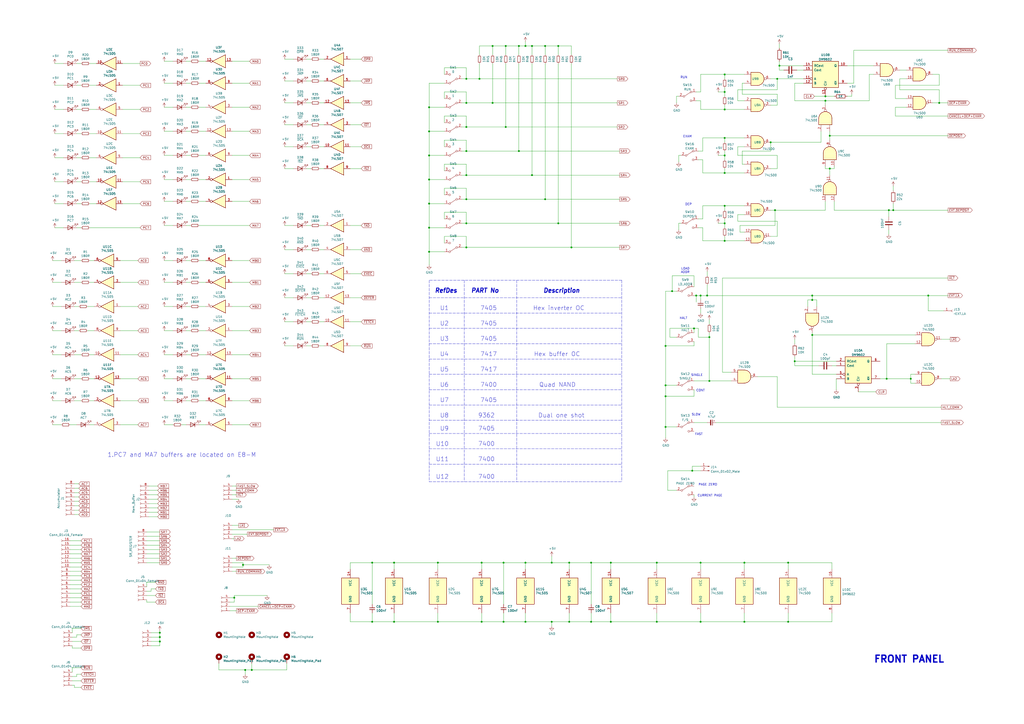
<source format=kicad_sch>
(kicad_sch (version 20211123) (generator eeschema)
  (paper "A2")
  (title_block (title "EDUC-8 FRONT PANEL") (date "2021-07-14") (rev "1.0") (company "ELECTRONICS AUSTRALIA") (comment 1 "Designed by Jamieson Rowe") (comment 2 "Drawn by Gwyllym Suter"))
  (junction (at 279.4 360.68))
  (junction (at 452.12 38.1))
  (junction (at 401.574 273.05))
  (junction (at 323.85 26.67))
  (junction (at 135.89 346.71))
  (junction (at 528.32 219.71))
  (junction (at 293.37 26.67))
  (junction (at 308.61 101.6))
  (junction (at 228.6 360.68))
  (junction (at 304.8 360.68))
  (junction (at 478.79 55.88))
  (junction (at 323.85 129.54))
  (junction (at 292.1 326.39))
  (junction (at 449.58 121.92))
  (junction (at 420.37 100.33))
  (junction (at 457.2 360.68))
  (junction (at 285.75 59.69))
  (junction (at 270.51 87.63))
  (junction (at 411.48 220.98))
  (junction (at 270.51 129.54))
  (junction (at 316.23 26.67))
  (junction (at 538.48 171.45))
  (junction (at 386.08 247.65))
  (junction (at 270.51 115.57))
  (junction (at 270.51 101.6))
  (junction (at 420.37 53.34))
  (junction (at 270.51 73.66))
  (junction (at 292.1 360.68))
  (junction (at 420.37 119.38))
  (junction (at 403.86 171.45))
  (junction (at 308.61 26.67))
  (junction (at 342.9 326.39))
  (junction (at 386.08 223.52))
  (junction (at 450.85 45.72))
  (junction (at 381 326.39))
  (junction (at 228.6 326.39))
  (junction (at 92.71 367.03))
  (junction (at 386.08 200.66))
  (junction (at 270.51 45.72))
  (junction (at 420.37 80.01))
  (junction (at 406.4 360.68))
  (junction (at 431.8 360.68))
  (junction (at 278.13 45.72))
  (junction (at 300.99 26.67))
  (junction (at 279.4 326.39))
  (junction (at 518.16 121.92))
  (junction (at 381 360.68))
  (junction (at 420.37 139.7))
  (junction (at 481.33 97.79))
  (junction (at 478.79 58.42))
  (junction (at 471.17 173.99))
  (junction (at 457.2 326.39))
  (junction (at 342.9 360.68))
  (junction (at 248.92 76.2))
  (junction (at 254 360.68))
  (junction (at 420.37 90.17))
  (junction (at 254 326.39))
  (junction (at 471.17 171.45))
  (junction (at 304.8 326.39))
  (junction (at 461.01 209.55))
  (junction (at 248.92 132.08))
  (junction (at 92.71 369.57))
  (junction (at 354.33 326.39))
  (junction (at 389.89 168.91))
  (junction (at 406.4 326.39))
  (junction (at 420.37 63.5))
  (junction (at 215.9 326.39))
  (junction (at 285.75 26.67))
  (junction (at 406.4 171.45))
  (junction (at 320.04 326.39))
  (junction (at 140.97 327.66))
  (junction (at 320.04 360.68))
  (junction (at 215.9 360.68))
  (junction (at 248.92 118.11))
  (junction (at 330.2 360.68))
  (junction (at 544.83 59.69))
  (junction (at 270.51 143.51))
  (junction (at 471.17 194.31))
  (junction (at 248.92 146.05))
  (junction (at 420.37 43.18))
  (junction (at 410.21 171.45))
  (junction (at 300.99 87.63))
  (junction (at 142.24 388.62))
  (junction (at 411.48 195.58))
  (junction (at 402.59 190.5))
  (junction (at 293.37 73.66))
  (junction (at 304.8 26.67))
  (junction (at 515.62 121.92))
  (junction (at 447.04 82.55))
  (junction (at 354.33 360.68))
  (junction (at 514.35 219.71))
  (junction (at 92.71 372.11))
  (junction (at 386.08 229.87))
  (junction (at 270.51 59.69))
  (junction (at 248.92 90.17))
  (junction (at 316.23 115.57))
  (junction (at 146.05 388.62))
  (junction (at 481.33 78.74))
  (junction (at 331.47 143.51))
  (junction (at 330.2 326.39))
  (junction (at 248.92 62.23))
  (junction (at 248.92 104.14))
  (junction (at 420.37 129.54))
  (junction (at 431.8 326.39))
  (wire (pts (xy 115.57 232.41) (xy 119.38 232.41)))
  (wire (pts (xy 293.37 36.83) (xy 293.37 73.66)))
  (wire (pts (xy 115.57 205.74) (xy 119.38 205.74)))
  (wire (pts (xy 257.81 85.09) (xy 257.81 81.28)))
  (wire (pts (xy 392.43 55.88) (xy 393.7 55.88)))
  (wire (pts (xy 381 326.39) (xy 406.4 326.39)))
  (polyline (pts (xy 248.92 243.84) (xy 360.68 243.84)))
  (wire (pts (xy 180.34 97.79) (xy 177.8 97.79)))
  (wire (pts (xy 203.2 46.99) (xy 209.55 46.99)))
  (wire (pts (xy 203.2 97.79) (xy 209.55 97.79)))
  (wire (pts (xy 270.51 123.19) (xy 270.51 129.54)))
  (wire (pts (xy 257.81 71.12) (xy 257.81 67.31)))
  (wire (pts (xy 420.37 90.17) (xy 416.56 90.17)))
  (wire (pts (xy 461.01 209.55) (xy 485.14 209.55)))
  (wire (pts (xy 85.09 342.9) (xy 87.63 342.9)))
  (wire (pts (xy 430.53 87.63) (xy 430.53 95.25)))
  (wire (pts (xy 497.84 227.33) (xy 508 227.33)))
  (wire (pts (xy 107.95 151.13) (xy 110.49 151.13)))
  (wire (pts (xy 107.95 163.83) (xy 110.49 163.83)))
  (wire (pts (xy 41.91 387.35) (xy 41.91 389.89)))
  (wire (pts (xy 95.25 219.71) (xy 100.33 219.71)))
  (wire (pts (xy 389.89 168.91) (xy 386.08 168.91)))
  (wire (pts (xy 402.59 287.02) (xy 402.59 288.29)))
  (wire (pts (xy 30.48 177.8) (xy 35.56 177.8)))
  (wire (pts (xy 541.02 43.18) (xy 544.83 43.18)))
  (wire (pts (xy 354.33 360.68) (xy 381 360.68)))
  (wire (pts (xy 40.64 346.71) (xy 46.99 346.71)))
  (wire (pts (xy 304.8 360.68) (xy 320.04 360.68)))
  (wire (pts (xy 248.92 76.2) (xy 248.92 90.17)))
  (wire (pts (xy 95.25 205.74) (xy 100.33 205.74)))
  (wire (pts (xy 137.16 323.85) (xy 134.62 323.85)))
  (wire (pts (xy 134.62 312.42) (xy 135.89 312.42)))
  (wire (pts (xy 427.99 124.46) (xy 427.99 128.27)))
  (polyline (pts (xy 248.92 162.56) (xy 248.92 279.4)))
  (wire (pts (xy 420.37 137.16) (xy 420.37 139.7)))
  (wire (pts (xy 95.25 48.26) (xy 100.33 48.26)))
  (wire (pts (xy 386.08 200.66) (xy 386.08 223.52)))
  (wire (pts (xy 267.97 129.54) (xy 270.51 129.54)))
  (wire (pts (xy 450.85 218.44) (xy 450.85 236.22)))
  (wire (pts (xy 450.85 90.17) (xy 450.85 97.79)))
  (wire (pts (xy 472.44 55.88) (xy 478.79 55.88)))
  (wire (pts (xy 471.17 194.31) (xy 471.17 217.17)))
  (wire (pts (xy 342.9 360.68) (xy 354.33 360.68)))
  (wire (pts (xy 115.57 90.17) (xy 119.38 90.17)))
  (wire (pts (xy 86.36 289.56) (xy 91.44 289.56)))
  (wire (pts (xy 110.49 219.71) (xy 107.95 219.71)))
  (wire (pts (xy 420.37 119.38) (xy 420.37 121.92)))
  (wire (pts (xy 52.07 49.53) (xy 55.88 49.53)))
  (wire (pts (xy 165.1 200.66) (xy 170.18 200.66)))
  (wire (pts (xy 50.8 191.77) (xy 54.61 191.77)))
  (wire (pts (xy 134.62 328.93) (xy 140.97 328.93)))
  (wire (pts (xy 476.25 82.55) (xy 447.04 82.55)))
  (wire (pts (xy 402.59 200.66) (xy 402.59 198.12)))
  (wire (pts (xy 40.64 313.69) (xy 46.99 313.69)))
  (wire (pts (xy 180.34 34.29) (xy 177.8 34.29)))
  (wire (pts (xy 134.62 309.88) (xy 143.51 309.88)))
  (wire (pts (xy 85.09 345.44) (xy 90.17 345.44)))
  (wire (pts (xy 40.64 339.09) (xy 46.99 339.09)))
  (wire (pts (xy 86.36 294.64) (xy 91.44 294.64)))
  (polyline (pts (xy 248.92 217.17) (xy 360.68 217.17)))
  (wire (pts (xy 392.43 223.52) (xy 386.08 223.52)))
  (wire (pts (xy 518.16 118.11) (xy 518.16 121.92)))
  (wire (pts (xy 69.85 191.77) (xy 80.01 191.77)))
  (wire (pts (xy 91.44 284.48) (xy 86.36 284.48)))
  (wire (pts (xy 419.1 215.9) (xy 424.18 215.9)))
  (wire (pts (xy 115.57 62.23) (xy 119.38 62.23)))
  (wire (pts (xy 85.09 337.82) (xy 85.09 340.36)))
  (wire (pts (xy 257.81 99.06) (xy 257.81 95.25)))
  (wire (pts (xy 461.01 48.26) (xy 461.01 58.42)))
  (wire (pts (xy 476.25 76.2) (xy 476.25 82.55)))
  (wire (pts (xy 483.87 97.79) (xy 483.87 96.52)))
  (wire (pts (xy 115.57 151.13) (xy 119.38 151.13)))
  (wire (pts (xy 95.25 116.84) (xy 100.33 116.84)))
  (wire (pts (xy 43.18 219.71) (xy 46.99 219.71)))
  (wire (pts (xy 180.34 72.39) (xy 177.8 72.39)))
  (wire (pts (xy 392.43 168.91) (xy 389.89 168.91)))
  (wire (pts (xy 107.95 35.56) (xy 110.49 35.56)))
  (wire (pts (xy 320.04 363.22) (xy 320.04 360.68)))
  (wire (pts (xy 46.99 387.35) (xy 41.91 387.35)))
  (wire (pts (xy 431.8 355.6) (xy 431.8 360.68)))
  (wire (pts (xy 406.4 355.6) (xy 406.4 360.68)))
  (wire (pts (xy 403.86 53.34) (xy 406.4 53.34)))
  (wire (pts (xy 185.42 200.66) (xy 187.96 200.66)))
  (wire (pts (xy 447.04 87.63) (xy 430.53 87.63)))
  (wire (pts (xy 154.94 345.44) (xy 135.89 345.44)))
  (wire (pts (xy 43.18 191.77) (xy 45.72 191.77)))
  (wire (pts (xy 85.09 321.31) (xy 92.71 321.31)))
  (wire (pts (xy 107.95 76.2) (xy 110.49 76.2)))
  (wire (pts (xy 203.2 172.72) (xy 209.55 172.72)))
  (wire (pts (xy 30.48 205.74) (xy 35.56 205.74)))
  (wire (pts (xy 439.42 218.44) (xy 450.85 218.44)))
  (polyline (pts (xy 248.92 208.28) (xy 360.68 208.28)))
  (wire (pts (xy 406.4 179.07) (xy 406.4 181.61)))
  (wire (pts (xy 257.81 127) (xy 257.81 123.19)))
  (wire (pts (xy 248.92 62.23) (xy 248.92 76.2)))
  (wire (pts (xy 43.18 288.29) (xy 45.72 288.29)))
  (wire (pts (xy 466.09 38.1) (xy 452.12 38.1)))
  (wire (pts (xy 85.09 316.23) (xy 92.71 316.23)))
  (wire (pts (xy 71.12 63.5) (xy 81.28 63.5)))
  (wire (pts (xy 483.87 116.84) (xy 483.87 121.92)))
  (wire (pts (xy 420.37 50.8) (xy 420.37 53.34)))
  (wire (pts (xy 43.18 290.83) (xy 45.72 290.83)))
  (wire (pts (xy 44.45 118.11) (xy 46.99 118.11)))
  (wire (pts (xy 86.36 292.1) (xy 91.44 292.1)))
  (wire (pts (xy 420.37 53.34) (xy 420.37 55.88)))
  (wire (pts (xy 478.79 55.88) (xy 483.87 55.88)))
  (wire (pts (xy 142.24 391.16) (xy 142.24 388.62)))
  (wire (pts (xy 478.79 121.92) (xy 449.58 121.92)))
  (wire (pts (xy 85.09 318.77) (xy 92.71 318.77)))
  (wire (pts (xy 254 326.39) (xy 279.4 326.39)))
  (wire (pts (xy 431.8 58.42) (xy 427.99 58.42)))
  (wire (pts (xy 185.42 130.81) (xy 187.96 130.81)))
  (wire (pts (xy 107.95 90.17) (xy 110.49 90.17)))
  (wire (pts (xy 71.12 77.47) (xy 81.28 77.47)))
  (wire (pts (xy 411.48 187.96) (xy 411.48 185.42)))
  (wire (pts (xy 31.75 132.08) (xy 36.83 132.08)))
  (wire (pts (xy 52.07 36.83) (xy 55.88 36.83)))
  (wire (pts (xy 330.2 355.6) (xy 330.2 360.68)))
  (wire (pts (xy 519.43 67.31) (xy 549.91 67.31)))
  (wire (pts (xy 420.37 43.18) (xy 431.8 43.18)))
  (wire (pts (xy 52.07 151.13) (xy 54.61 151.13)))
  (wire (pts (xy 406.4 360.68) (xy 431.8 360.68)))
  (wire (pts (xy 254 355.6) (xy 254 360.68)))
  (wire (pts (xy 254 330.2) (xy 254 326.39)))
  (wire (pts (xy 323.85 31.75) (xy 323.85 26.67)))
  (wire (pts (xy 270.51 129.54) (xy 323.85 129.54)))
  (wire (pts (xy 279.4 326.39) (xy 292.1 326.39)))
  (wire (pts (xy 354.33 326.39) (xy 381 326.39)))
  (wire (pts (xy 431.8 330.2) (xy 431.8 326.39)))
  (wire (pts (xy 43.18 293.37) (xy 45.72 293.37)))
  (wire (pts (xy 257.81 39.37) (xy 270.51 39.37)))
  (wire (pts (xy 457.2 360.68) (xy 457.2 355.6)))
  (wire (pts (xy 115.57 177.8) (xy 119.38 177.8)))
  (wire (pts (xy 248.92 90.17) (xy 248.92 104.14)))
  (wire (pts (xy 203.2 34.29) (xy 209.55 34.29)))
  (wire (pts (xy 461.01 209.55) (xy 461.01 207.01)))
  (wire (pts (xy 257.81 104.14) (xy 248.92 104.14)))
  (wire (pts (xy 203.2 130.81) (xy 209.55 130.81)))
  (wire (pts (xy 471.17 217.17) (xy 485.14 217.17)))
  (wire (pts (xy 185.42 186.69) (xy 187.96 186.69)))
  (wire (pts (xy 127 388.62) (xy 142.24 388.62)))
  (wire (pts (xy 137.16 331.47) (xy 134.62 331.47)))
  (wire (pts (xy 86.36 287.02) (xy 91.44 287.02)))
  (wire (pts (xy 115.57 130.81) (xy 144.78 130.81)))
  (wire (pts (xy 393.7 133.35) (xy 393.7 129.54)))
  (wire (pts (xy 203.2 326.39) (xy 215.9 326.39)))
  (wire (pts (xy 257.81 140.97) (xy 257.81 137.16)))
  (wire (pts (xy 248.92 48.26) (xy 248.92 62.23)))
  (wire (pts (xy 185.42 34.29) (xy 187.96 34.29)))
  (wire (pts (xy 115.57 219.71) (xy 119.38 219.71)))
  (wire (pts (xy 293.37 31.75) (xy 293.37 26.67)))
  (wire (pts (xy 420.37 80.01) (xy 431.8 80.01)))
  (wire (pts (xy 402.59 229.87) (xy 386.08 229.87)))
  (wire (pts (xy 267.97 143.51) (xy 270.51 143.51)))
  (wire (pts (xy 228.6 355.6) (xy 228.6 360.68)))
  (wire (pts (xy 316.23 31.75) (xy 316.23 26.67)))
  (wire (pts (xy 248.92 132.08) (xy 248.92 146.05)))
  (wire (pts (xy 420.37 53.34) (xy 416.56 53.34)))
  (wire (pts (xy 270.51 143.51) (xy 270.51 137.16)))
  (wire (pts (xy 405.13 195.58) (xy 411.48 195.58)))
  (wire (pts (xy 69.85 163.83) (xy 80.01 163.83)))
  (wire (pts (xy 323.85 36.83) (xy 323.85 129.54)))
  (wire (pts (xy 165.1 186.69) (xy 170.18 186.69)))
  (wire (pts (xy 504.19 43.18) (xy 506.73 43.18)))
  (wire (pts (xy 447.04 45.72) (xy 450.85 45.72)))
  (wire (pts (xy 203.2 158.75) (xy 209.55 158.75)))
  (wire (pts (xy 52.07 232.41) (xy 54.61 232.41)))
  (wire (pts (xy 405.13 190.5) (xy 405.13 195.58)))
  (wire (pts (xy 279.4 330.2) (xy 279.4 326.39)))
  (wire (pts (xy 515.62 121.92) (xy 518.16 121.92)))
  (wire (pts (xy 267.97 73.66) (xy 270.51 73.66)))
  (polyline (pts (xy 248.92 260.35) (xy 360.68 260.35)))
  (wire (pts (xy 491.49 55.88) (xy 494.03 55.88)))
  (wire (pts (xy 44.45 368.3) (xy 46.99 368.3)))
  (wire (pts (xy 410.21 171.45) (xy 406.4 171.45)))
  (wire (pts (xy 50.8 177.8) (xy 54.61 177.8)))
  (wire (pts (xy 386.08 200.66) (xy 402.59 200.66)))
  (wire (pts (xy 402.59 226.06) (xy 402.59 229.87)))
  (wire (pts (xy 447.04 60.96) (xy 450.85 60.96)))
  (wire (pts (xy 95.25 151.13) (xy 100.33 151.13)))
  (wire (pts (xy 393.7 90.17) (xy 394.97 90.17)))
  (wire (pts (xy 411.48 193.04) (xy 411.48 195.58)))
  (wire (pts (xy 69.85 219.71) (xy 80.01 219.71)))
  (wire (pts (xy 43.18 205.74) (xy 46.99 205.74)))
  (wire (pts (xy 403.86 171.45) (xy 402.59 171.45)))
  (wire (pts (xy 420.37 90.17) (xy 420.37 92.71)))
  (wire (pts (xy 386.08 229.87) (xy 386.08 247.65)))
  (wire (pts (xy 466.09 48.26) (xy 461.01 48.26)))
  (wire (pts (xy 304.8 355.6) (xy 304.8 360.68)))
  (wire (pts (xy 44.45 63.5) (xy 46.99 63.5)))
  (wire (pts (xy 40.64 323.85) (xy 46.99 323.85)))
  (polyline (pts (xy 360.68 162.56) (xy 248.92 162.56)))
  (wire (pts (xy 270.51 137.16) (xy 257.81 137.16)))
  (wire (pts (xy 203.2 85.09) (xy 209.55 85.09)))
  (polyline (pts (xy 299.72 162.56) (xy 299.72 279.4)))
  (wire (pts (xy 85.09 308.61) (xy 92.71 308.61)))
  (wire (pts (xy 40.64 351.79) (xy 46.99 351.79)))
  (wire (pts (xy 457.2 360.68) (xy 482.6 360.68)))
  (wire (pts (xy 248.92 118.11) (xy 248.92 132.08)))
  (wire (pts (xy 43.18 177.8) (xy 45.72 177.8)))
  (wire (pts (xy 185.42 46.99) (xy 187.96 46.99)))
  (wire (pts (xy 427.99 52.07) (xy 450.85 52.07)))
  (wire (pts (xy 69.85 151.13) (xy 80.01 151.13)))
  (wire (pts (xy 71.12 105.41) (xy 81.28 105.41)))
  (wire (pts (xy 185.42 172.72) (xy 187.96 172.72)))
  (wire (pts (xy 450.85 236.22) (xy 546.1 236.22)))
  (wire (pts (xy 257.81 48.26) (xy 248.92 48.26)))
  (wire (pts (xy 323.85 129.54) (xy 359.41 129.54)))
  (wire (pts (xy 115.57 35.56) (xy 119.38 35.56)))
  (wire (pts (xy 203.2 72.39) (xy 209.55 72.39)))
  (wire (pts (xy 405.13 132.08) (xy 407.67 132.08)))
  (wire (pts (xy 40.64 318.77) (xy 46.99 318.77)))
  (wire (pts (xy 115.57 48.26) (xy 119.38 48.26)))
  (wire (pts (xy 215.9 360.68) (xy 228.6 360.68)))
  (wire (pts (xy 308.61 101.6) (xy 359.41 101.6)))
  (wire (pts (xy 43.18 285.75) (xy 45.72 285.75)))
  (wire (pts (xy 450.85 54.61) (xy 430.53 54.61)))
  (wire (pts (xy 471.17 171.45) (xy 538.48 171.45)))
  (wire (pts (xy 135.89 349.25) (xy 133.35 349.25)))
  (wire (pts (xy 471.17 171.45) (xy 410.21 171.45)))
  (wire (pts (xy 316.23 26.67) (xy 323.85 26.67)))
  (wire (pts (xy 544.83 52.07) (xy 544.83 59.69)))
  (wire (pts (xy 427.99 90.17) (xy 450.85 90.17)))
  (wire (pts (xy 31.75 91.44) (xy 36.83 91.44)))
  (wire (pts (xy 86.36 297.18) (xy 91.44 297.18)))
  (wire (pts (xy 115.57 191.77) (xy 119.38 191.77)))
  (wire (pts (xy 300.99 31.75) (xy 300.99 26.67)))
  (wire (pts (xy 331.47 36.83) (xy 331.47 143.51)))
  (wire (pts (xy 285.75 26.67) (xy 293.37 26.67)))
  (wire (pts (xy 52.07 205.74) (xy 54.61 205.74)))
  (wire (pts (xy 308.61 26.67) (xy 316.23 26.67)))
  (wire (pts (xy 407.67 80.01) (xy 420.37 80.01)))
  (wire (pts (xy 285.75 36.83) (xy 285.75 59.69)))
  (wire (pts (xy 461.01 212.09) (xy 461.01 209.55)))
  (wire (pts (xy 52.07 118.11) (xy 55.88 118.11)))
  (wire (pts (xy 257.81 109.22) (xy 270.51 109.22)))
  (wire (pts (xy 30.48 151.13) (xy 35.56 151.13)))
  (wire (pts (xy 402.59 193.04) (xy 402.59 190.5)))
  (wire (pts (xy 43.18 397.51) (xy 43.18 398.78)))
  (wire (pts (xy 46.99 163.83) (xy 43.18 163.83)))
  (wire (pts (xy 519.43 62.23) (xy 519.43 67.31)))
  (wire (pts (xy 457.2 326.39) (xy 457.2 330.2)))
  (wire (pts (xy 547.37 180.34) (xy 538.48 180.34)))
  (polyline (pts (xy 248.92 199.39) (xy 360.68 199.39)))
  (wire (pts (xy 135.89 346.71) (xy 135.89 349.25)))
  (wire (pts (xy 323.85 26.67) (xy 331.47 26.67)))
  (wire (pts (xy 177.8 172.72) (xy 180.34 172.72)))
  (wire (pts (xy 43.18 151.13) (xy 46.99 151.13)))
  (wire (pts (xy 203.2 360.68) (xy 215.9 360.68)))
  (wire (pts (xy 180.34 46.99) (xy 177.8 46.99)))
  (wire (pts (xy 530.86 194.31) (xy 471.17 194.31)))
  (wire (pts (xy 420.37 82.55) (xy 420.37 80.01)))
  (wire (pts (xy 107.95 191.77) (xy 110.49 191.77)))
  (wire (pts (xy 40.64 349.25) (xy 46.99 349.25)))
  (wire (pts (xy 46.99 49.53) (xy 44.45 49.53)))
  (wire (pts (xy 40.64 344.17) (xy 46.99 344.17)))
  (wire (pts (xy 71.12 91.44) (xy 81.28 91.44)))
  (wire (pts (xy 134.62 307.34) (xy 158.75 307.34)))
  (wire (pts (xy 278.13 45.72) (xy 358.14 45.72)))
  (wire (pts (xy 461.01 58.42) (xy 478.79 58.42)))
  (wire (pts (xy 515.62 125.73) (xy 515.62 121.92)))
  (wire (pts (xy 149.86 351.79) (xy 133.35 351.79)))
  (wire (pts (xy 43.18 283.21) (xy 45.72 283.21)))
  (wire (pts (xy 92.71 365.76) (xy 92.71 367.03)))
  (wire (pts (xy 133.35 346.71) (xy 135.89 346.71)))
  (wire (pts (xy 215.9 355.6) (xy 215.9 360.68)))
  (wire (pts (xy 406.4 53.34) (xy 406.4 43.18)))
  (wire (pts (xy 92.71 374.65) (xy 92.71 372.11)))
  (wire (pts (xy 530.86 199.39) (xy 514.35 199.39)))
  (wire (pts (xy 320.04 360.68) (xy 330.2 360.68)))
  (wire (pts (xy 431.8 326.39) (xy 457.2 326.39)))
  (wire (pts (xy 115.57 76.2) (xy 119.38 76.2)))
  (wire (pts (xy 461.01 199.39) (xy 461.01 196.85)))
  (polyline (pts (xy 248.92 190.5) (xy 360.68 190.5)))
  (wire (pts (xy 549.91 161.29) (xy 419.1 161.29)))
  (wire (pts (xy 52.07 63.5) (xy 55.88 63.5)))
  (wire (pts (xy 420.37 129.54) (xy 420.37 132.08)))
  (wire (pts (xy 267.97 59.69) (xy 270.51 59.69)))
  (wire (pts (xy 270.51 109.22) (xy 270.51 115.57)))
  (wire (pts (xy 406.4 270.51) (xy 401.574 270.51)))
  (wire (pts (xy 257.81 118.11) (xy 248.92 118.11)))
  (wire (pts (xy 407.67 132.08) (xy 407.67 139.7)))
  (wire (pts (xy 482.6 212.09) (xy 485.14 212.09)))
  (wire (pts (xy 300.99 26.67) (xy 304.8 26.67)))
  (wire (pts (xy 69.85 232.41) (xy 80.01 232.41)))
  (wire (pts (xy 137.16 354.33) (xy 133.35 354.33)))
  (wire (pts (xy 40.64 328.93) (xy 46.99 328.93)))
  (wire (pts (xy 270.51 39.37) (xy 270.51 45.72)))
  (polyline (pts (xy 248.92 251.46) (xy 360.68 251.46)))
  (wire (pts (xy 166.37 388.62) (xy 166.37 384.81)))
  (wire (pts (xy 544.83 59.69) (xy 549.91 59.69)))
  (wire (pts (xy 481.33 78.74) (xy 549.91 78.74)))
  (wire (pts (xy 142.24 388.62) (xy 146.05 388.62)))
  (polyline (pts (xy 269.24 162.56) (xy 269.24 279.4)))
  (wire (pts (xy 406.4 173.99) (xy 406.4 171.45)))
  (wire (pts (xy 407.67 127) (xy 407.67 119.38)))
  (wire (pts (xy 41.91 364.49) (xy 46.99 364.49)))
  (wire (pts (xy 165.1 34.29) (xy 170.18 34.29)))
  (wire (pts (xy 278.13 31.75) (xy 278.13 26.67)))
  (wire (pts (xy 331.47 31.75) (xy 331.47 26.67)))
  (wire (pts (xy 544.83 43.18) (xy 544.83 49.53)))
  (wire (pts (xy 471.17 173.99) (xy 471.17 171.45)))
  (wire (pts (xy 504.19 43.18) (xy 504.19 58.42)))
  (wire (pts (xy 44.45 77.47) (xy 46.99 77.47)))
  (wire (pts (xy 402.59 220.98) (xy 411.48 220.98)))
  (wire (pts (xy 330.2 330.2) (xy 330.2 326.39)))
  (wire (pts (xy 177.8 158.75) (xy 180.34 158.75)))
  (wire (pts (xy 134.62 219.71) (xy 144.78 219.71)))
  (wire (pts (xy 420.37 129.54) (xy 416.56 129.54)))
  (wire (pts (xy 31.75 77.47) (xy 36.83 77.47)))
  (wire (pts (xy 316.23 115.57) (xy 359.41 115.57)))
  (wire (pts (xy 165.1 85.09) (xy 170.18 85.09)))
  (wire (pts (xy 452.12 40.64) (xy 454.66 40.64)))
  (wire (pts (xy 31.75 36.83) (xy 36.83 36.83)))
  (wire (pts (xy 330.2 360.68) (xy 342.9 360.68)))
  (wire (pts (xy 402.59 190.5) (xy 405.13 190.5)))
  (wire (pts (xy 270.51 143.51) (xy 331.47 143.51)))
  (wire (pts (xy 420.37 60.96) (xy 420.37 63.5)))
  (wire (pts (xy 40.64 246.38) (xy 44.45 246.38)))
  (wire (pts (xy 407.67 92.71) (xy 407.67 100.33)))
  (wire (pts (xy 450.85 97.79) (xy 447.04 97.79)))
  (wire (pts (xy 308.61 36.83) (xy 308.61 101.6)))
  (wire (pts (xy 267.97 45.72) (xy 270.51 45.72)))
  (wire (pts (xy 215.9 326.39) (xy 228.6 326.39)))
  (wire (pts (xy 115.57 104.14) (xy 119.38 104.14)))
  (wire (pts (xy 71.12 36.83) (xy 81.28 36.83)))
  (wire (pts (xy 71.12 118.11) (xy 81.28 118.11)))
  (wire (pts (xy 528.32 219.71) (xy 528.32 222.25)))
  (wire (pts (xy 257.81 53.34) (xy 270.51 53.34)))
  (wire (pts (xy 449.58 130.81) (xy 449.58 121.92)))
  (wire (pts (xy 478.79 96.52) (xy 478.79 97.79)))
  (wire (pts (xy 31.75 105.41) (xy 36.83 105.41)))
  (polyline (pts (xy 248.92 234.95) (xy 360.68 234.95)))
  (wire (pts (xy 134.62 177.8) (xy 144.78 177.8)))
  (wire (pts (xy 304.8 330.2) (xy 304.8 326.39)))
  (wire (pts (xy 44.45 91.44) (xy 46.99 91.44)))
  (wire (pts (xy 257.81 123.19) (xy 270.51 123.19)))
  (wire (pts (xy 406.4 43.18) (xy 420.37 43.18)))
  (polyline (pts (xy 248.92 181.61) (xy 360.68 181.61)))
  (wire (pts (xy 468.63 173.99) (xy 471.17 173.99)))
  (wire (pts (xy 257.81 62.23) (xy 248.92 62.23)))
  (wire (pts (xy 278.13 26.67) (xy 285.75 26.67)))
  (wire (pts (xy 528.32 217.17) (xy 528.32 219.71)))
  (wire (pts (xy 407.67 139.7) (xy 420.37 139.7)))
  (wire (pts (xy 140.97 326.39) (xy 134.62 326.39)))
  (polyline (pts (xy 248.92 226.06) (xy 360.68 226.06)))
  (wire (pts (xy 270.51 115.57) (xy 316.23 115.57)))
  (wire (pts (xy 528.32 222.25) (xy 530.86 222.25)))
  (wire (pts (xy 257.81 43.18) (xy 257.81 39.37)))
  (wire (pts (xy 134.62 287.02) (xy 137.16 287.02)))
  (wire (pts (xy 270.51 45.72) (xy 278.13 45.72)))
  (wire (pts (xy 43.18 298.45) (xy 45.72 298.45)))
  (wire (pts (xy 429.26 130.81) (xy 449.58 130.81)))
  (wire (pts (xy 115.57 116.84) (xy 119.38 116.84)))
  (wire (pts (xy 105.41 246.38) (xy 107.95 246.38)))
  (wire (pts (xy 203.2 186.69) (xy 209.55 186.69)))
  (wire (pts (xy 519.43 49.53) (xy 519.43 57.15)))
  (wire (pts (xy 107.95 62.23) (xy 110.49 62.23)))
  (wire (pts (xy 46.99 36.83) (xy 44.45 36.83)))
  (wire (pts (xy 544.83 59.69) (xy 541.02 59.69)))
  (wire (pts (xy 525.78 62.23) (xy 519.43 62.23)))
  (wire (pts (xy 215.9 326.39) (xy 215.9 350.52)))
  (wire (pts (xy 293.37 26.67) (xy 300.99 26.67)))
  (wire (pts (xy 107.95 116.84) (xy 110.49 116.84)))
  (polyline (pts (xy 248.92 269.24) (xy 360.68 269.24)))
  (wire (pts (xy 43.18 232.41) (xy 46.99 232.41)))
  (wire (pts (xy 134.62 163.83) (xy 144.78 163.83)))
  (wire (pts (xy 316.23 36.83) (xy 316.23 115.57)))
  (wire (pts (xy 41.91 369.57) (xy 44.45 369.57)))
  (wire (pts (xy 546.1 219.71) (xy 551.18 219.71)))
  (wire (pts (xy 203.2 200.66) (xy 209.55 200.66)))
  (wire (pts (xy 248.92 104.14) (xy 248.92 118.11)))
  (wire (pts (xy 304.8 26.67) (xy 304.8 24.13)))
  (wire (pts (xy 140.97 327.66) (xy 140.97 326.39)))
  (wire (pts (xy 270.51 95.25) (xy 270.51 101.6)))
  (wire (pts (xy 134.62 151.13) (xy 144.78 151.13)))
  (wire (pts (xy 430.53 95.25) (xy 431.8 95.25)))
  (wire (pts (xy 407.67 119.38) (xy 420.37 119.38)))
  (wire (pts (xy 134.62 116.84) (xy 144.78 116.84)))
  (wire (pts (xy 354.33 330.2) (xy 354.33 326.39)))
  (wire (pts (xy 270.51 67.31) (xy 270.51 73.66)))
  (wire (pts (xy 292.1 350.52) (xy 292.1 326.39)))
  (wire (pts (xy 407.67 100.33) (xy 420.37 100.33)))
  (wire (pts (xy 514.35 199.39) (xy 514.35 219.71)))
  (wire (pts (xy 519.43 57.15) (xy 525.78 57.15)))
  (wire (pts (xy 248.92 146.05) (xy 248.92 153.67)))
  (wire (pts (xy 203.2 355.6) (xy 203.2 360.68)))
  (wire (pts (xy 406.4 63.5) (xy 420.37 63.5)))
  (wire (pts (xy 134.62 246.38) (xy 144.78 246.38)))
  (wire (pts (xy 521.97 52.07) (xy 544.83 52.07)))
  (wire (pts (xy 44.45 369.57) (xy 44.45 368.3)))
  (wire (pts (xy 180.34 85.09) (xy 177.8 85.09)))
  (wire (pts (xy 228.6 326.39) (xy 254 326.39)))
  (wire (pts (xy 134.62 191.77) (xy 144.78 191.77)))
  (wire (pts (xy 420.37 45.72) (xy 420.37 43.18)))
  (wire (pts (xy 44.45 391.16) (xy 44.45 392.43)))
  (wire (pts (xy 43.18 280.67) (xy 45.72 280.67)))
  (wire (pts (xy 471.17 173.99) (xy 473.71 173.99)))
  (wire (pts (xy 381 330.2) (xy 381 326.39)))
  (wire (pts (xy 41.91 374.65) (xy 41.91 375.92)))
  (wire (pts (xy 478.79 60.96) (xy 478.79 58.42)))
  (wire (pts (xy 342.9 326.39) (xy 354.33 326.39)))
  (wire (pts (xy 165.1 172.72) (xy 170.18 172.72)))
  (wire (pts (xy 71.12 49.53) (xy 81.28 49.53)))
  (wire (pts (xy 447.04 82.55) (xy 447.04 87.63)))
  (wire (pts (xy 30.48 232.41) (xy 35.56 232.41)))
  (wire (pts (xy 270.51 101.6) (xy 308.61 101.6)))
  (wire (pts (xy 203.2 59.69) (xy 209.55 59.69)))
  (wire (pts (xy 331.47 143.51) (xy 359.41 143.51)))
  (wire (pts (xy 420.37 127) (xy 420.37 129.54)))
  (wire (pts (xy 185.42 85.09) (xy 187.96 85.09)))
  (wire (pts (xy 491.49 48.26) (xy 495.3 48.26)))
  (wire (pts (xy 165.1 59.69) (xy 170.18 59.69)))
  (wire (pts (xy 203.2 330.2) (xy 203.2 326.39)))
  (wire (pts (xy 495.3 48.26) (xy 495.3 29.21)))
  (wire (pts (xy 257.81 81.28) (xy 270.51 81.28)))
  (wire (pts (xy 420.37 87.63) (xy 420.37 90.17)))
  (wire (pts (xy 40.64 334.01) (xy 46.99 334.01)))
  (wire (pts (xy 430.53 54.61) (xy 430.53 48.26)))
  (wire (pts (xy 267.97 101.6) (xy 270.51 101.6)))
  (wire (pts (xy 402.59 245.11) (xy 410.21 245.11)))
  (wire (pts (xy 140.97 328.93) (xy 140.97 327.66)))
  (wire (pts (xy 401.574 273.05) (xy 406.4 273.05)))
  (wire (pts (xy 110.49 130.81) (xy 107.95 130.81)))
  (wire (pts (xy 134.62 48.26) (xy 144.78 48.26)))
  (wire (pts (xy 257.81 57.15) (xy 257.81 53.34)))
  (wire (pts (xy 52.07 77.47) (xy 55.88 77.47)))
  (wire (pts (xy 134.62 205.74) (xy 144.78 205.74)))
  (wire (pts (xy 387.35 284.48) (xy 392.43 284.48)))
  (wire (pts (xy 481.33 97.79) (xy 483.87 97.79)))
  (wire (pts (xy 257.81 146.05) (xy 248.92 146.05)))
  (wire (pts (xy 140.97 327.66) (xy 156.21 327.66)))
  (wire (pts (xy 177.8 186.69) (xy 180.34 186.69)))
  (wire (pts (xy 41.91 367.03) (xy 41.91 364.49)))
  (wire (pts (xy 85.09 313.69) (xy 92.71 313.69)))
  (wire (pts (xy 483.87 121.92) (xy 515.62 121.92)))
  (wire (pts (xy 330.2 326.39) (xy 342.9 326.39)))
  (wire (pts (xy 52.07 132.08) (xy 81.28 132.08)))
  (wire (pts (xy 320.04 322.58) (xy 320.04 326.39)))
  (wire (pts (xy 44.45 105.41) (xy 46.99 105.41)))
  (wire (pts (xy 494.03 54.61) (xy 494.03 55.88)))
  (wire (pts (xy 388.62 190.5) (xy 388.62 195.58)))
  (wire (pts (xy 185.42 97.79) (xy 187.96 97.79)))
  (wire (pts (xy 177.8 130.81) (xy 180.34 130.81)))
  (wire (pts (xy 85.09 349.25) (xy 90.17 349.25)))
  (wire (pts (xy 407.67 87.63) (xy 407.67 80.01)))
  (wire (pts (xy 43.18 295.91) (xy 45.72 295.91)))
  (wire (pts (xy 177.8 200.66) (xy 180.34 200.66)))
  (wire (pts (xy 267.97 87.63) (xy 270.51 87.63)))
  (wire (pts (xy 420.37 97.79) (xy 420.37 100.33)))
  (wire (pts (xy 387.35 273.05) (xy 401.574 273.05)))
  (wire (pts (xy 538.48 171.45) (xy 549.91 171.45)))
  (wire (pts (xy 452.12 27.94) (xy 452.12 25.4)))
  (wire (pts (xy 40.64 326.39) (xy 46.99 326.39)))
  (wire (pts (xy 420.37 139.7) (xy 431.8 139.7)))
  (wire (pts (xy 403.86 58.42) (xy 406.4 58.42)))
  (wire (pts (xy 95.25 130.81) (xy 100.33 130.81)))
  (wire (pts (xy 482.6 326.39) (xy 482.6 330.2)))
  (wire (pts (xy 546.1 196.85) (xy 551.18 196.85)))
  (wire (pts (xy 165.1 130.81) (xy 170.18 130.81)))
  (wire (pts (xy 134.62 35.56) (xy 144.78 35.56)))
  (wire (pts (xy 30.48 191.77) (xy 35.56 191.77)))
  (wire (pts (xy 406.4 330.2) (xy 406.4 326.39)))
  (wire (pts (xy 95.25 90.17) (xy 100.33 90.17)))
  (wire (pts (xy 43.18 398.78) (xy 46.99 398.78)))
  (wire (pts (xy 320.04 326.39) (xy 330.2 326.39)))
  (wire (pts (xy 92.71 367.03) (xy 87.63 367.03)))
  (wire (pts (xy 431.8 119.38) (xy 420.37 119.38)))
  (wire (pts (xy 279.4 360.68) (xy 292.1 360.68)))
  (wire (pts (xy 95.25 177.8) (xy 100.33 177.8)))
  (wire (pts (xy 401.574 270.51) (xy 401.574 273.05)))
  (wire (pts (xy 450.85 54.61) (xy 450.85 60.96)))
  (polyline (pts (xy 248.92 279.4) (xy 360.68 279.4)))
  (wire (pts (xy 134.62 232.41) (xy 144.78 232.41)))
  (wire (pts (xy 450.85 137.16) (xy 447.04 137.16)))
  (wire (pts (xy 107.95 104.14) (xy 110.49 104.14)))
  (wire (pts (xy 518.16 121.92) (xy 549.91 121.92)))
  (wire (pts (xy 44.45 132.08) (xy 46.99 132.08)))
  (wire (pts (xy 87.63 369.57) (xy 92.71 369.57)))
  (wire (pts (xy 40.64 331.47) (xy 46.99 331.47)))
  (wire (pts (xy 474.98 212.09) (xy 461.01 212.09)))
  (wire (pts (xy 285.75 59.69) (xy 358.14 59.69)))
  (wire (pts (xy 530.86 217.17) (xy 528.32 217.17)))
  (wire (pts (xy 450.85 128.27) (xy 450.85 137.16)))
  (wire (pts (xy 495.3 29.21) (xy 549.91 29.21)))
  (wire (pts (xy 452.12 38.1) (xy 452.12 40.64)))
  (wire (pts (xy 538.48 180.34) (xy 538.48 171.45)))
  (wire (pts (xy 481.33 81.28) (xy 481.33 78.74)))
  (wire (pts (xy 185.42 144.78) (xy 187.96 144.78)))
  (wire (pts (xy 134.62 62.23) (xy 144.78 62.23)))
  (wire (pts (xy 52.07 246.38) (xy 54.61 246.38)))
  (wire (pts (xy 87.63 341.63) (xy 90.17 341.63)))
  (wire (pts (xy 87.63 372.11) (xy 92.71 372.11)))
  (wire (pts (xy 185.42 158.75) (xy 187.96 158.75)))
  (wire (pts (xy 95.25 232.41) (xy 100.33 232.41)))
  (wire (pts (xy 110.49 232.41) (xy 107.95 232.41)))
  (wire (pts (xy 134.62 284.48) (xy 137.16 284.48)))
  (wire (pts (xy 388.62 190.5) (xy 402.59 190.5)))
  (wire (pts (xy 389.89 168.91) (xy 389.89 160.02)))
  (wire (pts (xy 430.53 48.26) (xy 431.8 48.26)))
  (wire (pts (xy 92.71 369.57) (xy 92.71 367.03)))
  (wire (pts (xy 457.2 326.39) (xy 482.6 326.39)))
  (wire (pts (xy 427.99 85.09) (xy 427.99 90.17)))
  (wire (pts (xy 481.33 101.6) (xy 481.33 97.79)))
  (wire (pts (xy 107.95 48.26) (xy 110.49 48.26)))
  (wire (pts (xy 427.99 52.07) (xy 427.99 58.42)))
  (wire (pts (xy 115.57 246.38) (xy 119.38 246.38)))
  (wire (pts (xy 40.64 336.55) (xy 46.99 336.55)))
  (wire (pts (xy 40.64 316.23) (xy 46.99 316.23)))
  (wire (pts (xy 95.25 246.38) (xy 100.33 246.38)))
  (wire (pts (xy 270.51 73.66) (xy 293.37 73.66)))
  (wire (pts (xy 257.81 109.22) (xy 257.81 113.03)))
  (wire (pts (xy 146.05 388.62) (xy 166.37 388.62)))
  (wire (pts (xy 134.62 76.2) (xy 144.78 76.2)))
  (wire (pts (xy 381 360.68) (xy 406.4 360.68)))
  (wire (pts (xy 393.7 93.98) (xy 393.7 90.17)))
  (wire (pts (xy 485.14 219.71) (xy 485.14 226.06)))
  (wire (pts (xy 510.54 219.71) (xy 514.35 219.71)))
  (wire (pts (xy 177.8 144.78) (xy 180.34 144.78)))
  (wire (pts (xy 86.36 299.72) (xy 91.44 299.72)))
  (wire (pts (xy 473.71 173.99) (xy 473.71 177.8)))
  (wire (pts (xy 410.21 165.1) (xy 410.21 171.45)))
  (wire (pts (xy 387.35 284.48) (xy 387.35 273.05)))
  (wire (pts (xy 95.25 62.23) (xy 100.33 62.23)))
  (wire (pts (xy 52.07 91.44) (xy 55.88 91.44)))
  (wire (pts (xy 95.25 76.2) (xy 100.33 76.2)))
  (wire (pts (xy 420.37 63.5) (xy 431.8 63.5)))
  (wire (pts (xy 342.9 350.52) (xy 342.9 326.39)))
  (wire (pts (xy 134.62 104.14) (xy 144.78 104.14)))
  (wire (pts (xy 85.09 347.98) (xy 85.09 349.25)))
  (wire (pts (xy 386.08 247.65) (xy 386.08 254)))
  (wire (pts (xy 30.48 246.38) (xy 35.56 246.38)))
  (wire (pts (xy 406.4 326.39) (xy 431.8 326.39)))
  (wire (pts (xy 544.83 49.53) (xy 519.43 49.53)))
  (wire (pts (xy 52.07 105.41) (xy 55.88 105.41)))
  (wire (pts (xy 388.62 195.58) (xy 392.43 195.58)))
  (wire (pts (xy 44.45 392.43) (xy 41.91 392.43)))
  (wire (pts (xy 410.21 157.48) (xy 410.21 160.02)))
  (wire (pts (xy 449.58 121.92) (xy 447.04 121.92)))
  (wire (pts (xy 165.1 46.99) (xy 170.18 46.99)))
  (wire (pts (xy 52.07 163.83) (xy 54.61 163.83)))
  (wire (pts (xy 431.8 134.62) (xy 429.26 134.62)))
  (wire (pts (xy 85.09 323.85) (xy 92.71 323.85)))
  (wire (pts (xy 450.85 45.72) (xy 466.09 45.72)))
  (wire (pts (xy 386.08 168.91) (xy 386.08 200.66)))
  (wire (pts (xy 165.1 144.78) (xy 170.18 144.78)))
  (wire (pts (xy 292.1 360.68) (xy 304.8 360.68)))
  (wire (pts (xy 406.4 171.45) (xy 403.86 171.45)))
  (wire (pts (xy 134.62 281.94) (xy 137.16 281.94)))
  (wire (pts (xy 308.61 26.67) (xy 304.8 26.67)))
  (wire (pts (xy 342.9 355.6) (xy 342.9 360.68)))
  (wire (pts (xy 278.13 36.83) (xy 278.13 45.72)))
  (wire (pts (xy 95.25 35.56) (xy 100.33 35.56)))
  (wire (pts (xy 270.51 87.63) (xy 300.99 87.63)))
  (wire (pts (xy 254 360.68) (xy 279.4 360.68)))
  (wire (pts (xy 134.62 304.8) (xy 138.43 304.8)))
  (wire (pts (xy 257.81 67.31) (xy 270.51 67.31)))
  (wire (pts (xy 415.29 245.11) (xy 546.1 245.11)))
  (wire (pts (xy 92.71 372.11) (xy 92.71 369.57)))
  (wire (pts (xy 87.63 374.65) (xy 92.71 374.65)))
  (wire (pts (xy 471.17 193.04) (xy 471.17 194.31)))
  (wire (pts (xy 270.51 53.34) (xy 270.51 59.69)))
  (polyline (pts (xy 248.92 172.72) (xy 360.68 172.72)))
  (wire (pts (xy 69.85 246.38) (xy 80.01 246.38)))
  (wire (pts (xy 521.97 45.72) (xy 521.97 52.07)))
  (wire (pts (xy 165.1 97.79) (xy 170.18 97.79)))
  (wire (pts (xy 30.48 219.71) (xy 35.56 219.71)))
  (wire (pts (xy 31.75 63.5) (xy 36.83 63.5)))
  (wire (pts (xy 392.43 59.69) (xy 392.43 55.88)))
  (wire (pts (xy 431.8 85.09) (xy 427.99 85.09)))
  (wire (pts (xy 450.85 52.07) (xy 450.85 45.72)))
  (wire (pts (xy 40.64 341.63) (xy 46.99 341.63)))
  (wire (pts (xy 420.37 100.33) (xy 431.8 100.33)))
  (wire (pts (xy 41.91 394.97) (xy 46.99 394.97)))
  (wire (pts (xy 431.8 360.68) (xy 457.2 360.68)))
  (wire (pts (xy 482.6 360.68) (xy 482.6 355.6)))
  (wire (pts (xy 386.08 223.52) (xy 386.08 229.87)))
  (wire (pts (xy 257.81 95.25) (xy 270.51 95.25)))
  (wire (pts (xy 95.25 104.14) (xy 100.33 104.14)))
  (wire (pts (xy 478.79 116.84) (xy 478.79 121.92)))
  (wire (pts (xy 138.43 289.56) (xy 134.62 289.56)))
  (wire (pts (xy 521.97 40.64) (xy 525.78 40.64)))
  (wire (pts (xy 381 355.6) (xy 381 360.68)))
  (wire (pts (xy 228.6 330.2) (xy 228.6 326.39)))
  (wire (pts (xy 257.81 132.08) (xy 248.92 132.08)))
  (wire (pts (xy 491.49 38.1) (xy 506.73 38.1)))
  (wire (pts (xy 514.35 219.71) (xy 528.32 219.71)))
  (wire (pts (xy 52.07 219.71) (xy 54.61 219.71)))
  (wire (pts (xy 285.75 31.75) (xy 285.75 26.67)))
  (wire (pts (xy 452.12 38.1) (xy 452.12 35.56)))
  (wire (pts (xy 30.48 163.83) (xy 35.56 163.83)))
  (wire (pts (xy 468.63 177.8) (xy 468.63 173.99)))
  (wire (pts (xy 308.61 31.75) (xy 308.61 26.67)))
  (wire (pts (xy 107.95 177.8) (xy 110.49 177.8)))
  (wire (pts (xy 228.6 360.68) (xy 254 360.68)))
  (wire (pts (xy 267.97 115.57) (xy 270.51 115.57)))
  (wire (pts (xy 402.59 166.37) (xy 402.59 160.02)))
  (wire (pts (xy 411.48 195.58) (xy 411.48 220.98)))
  (wire (pts (xy 419.1 161.29) (xy 419.1 215.9)))
  (wire (pts (xy 292.1 355.6) (xy 292.1 360.68)))
  (wire (pts (xy 403.86 171.45) (xy 403.86 175.26)))
  (wire (pts (xy 85.09 326.39) (xy 92.71 326.39)))
  (wire (pts (xy 135.89 345.44) (xy 135.89 346.71)))
  (wire (pts (xy 386.08 247.65) (xy 392.43 247.65)))
  (wire (pts (xy 270.51 81.28) (xy 270.51 87.63)))
  (wire (pts (xy 69.85 177.8) (xy 80.01 177.8)))
  (wire (pts (xy 411.48 220.98) (xy 424.18 220.98)))
  (wire (pts (xy 304.8 326.39) (xy 320.04 326.39)))
  (wire (pts (xy 406.4 58.42) (xy 406.4 63.5)))
  (wire (pts (xy 41.91 375.92) (xy 46.99 375.92)))
  (wire (pts (xy 115.57 163.83) (xy 119.38 163.83)))
  (wire (pts (xy 427.99 128.27) (xy 450.85 128.27)))
  (wire (pts (xy 293.37 73.66) (xy 358.14 73.66)))
  (wire (pts (xy 478.79 58.42) (xy 504.19 58.42)))
  (wire (pts (xy 31.75 118.11) (xy 36.83 118.11)))
  (wire (pts (xy 257.81 76.2) (xy 248.92 76.2)))
  (wire (pts (xy 462.28 40.64) (xy 466.09 40.64)))
  (wire (pts (xy 515.62 133.35) (xy 515.62 135.89)))
  (wire (pts (xy 300.99 87.63) (xy 359.41 87.63)))
  (wire (pts (xy 107.95 205.74) (xy 110.49 205.74)))
  (wire (pts (xy 525.78 45.72) (xy 521.97 45.72)))
  (wire (pts (xy 46.99 391.16) (xy 44.45 391.16)))
  (wire (pts (xy 405.13 87.63) (xy 407.67 87.63)))
  (wire (pts (xy 431.8 124.46) (xy 427.99 124.46)))
  (wire (pts (xy 87.63 342.9) (xy 87.63 341.63)))
  (wire (pts (xy 478.79 97.79) (xy 481.33 97.79)))
  (wire (pts (xy 257.81 90.17) (xy 248.92 90.17)))
  (wire (pts (xy 95.25 163.83) (xy 100.33 163.83)))
  (wire (pts (xy 41.91 372.11) (xy 46.99 372.11)))
  (wire (pts (xy 95.25 191.77) (xy 100.33 191.77)))
  (wire (pts (xy 185.42 59.69) (xy 187.96 59.69)))
  (wire (pts (xy 41.91 397.51) (xy 43.18 397.51)))
  (wire (pts (xy 180.34 59.69) (xy 177.8 59.69)))
  (wire (pts (xy 300.99 36.83) (xy 300.99 87.63)))
  (wire (pts (xy 405.13 127) (xy 407.67 127)))
  (wire (pts (xy 185.42 72.39) (xy 187.96 72.39)))
  (wire (pts (xy 203.2 144.78) (xy 209.55 144.78)))
  (wire (pts (xy 165.1 158.75) (xy 170.18 158.75)))
  (wire (pts (xy 90.17 337.82) (xy 85.09 337.82)))
  (wire (pts (xy 481.33 78.74) (xy 481.33 76.2)))
  (polyline (pts (xy 360.68 162.56) (xy 360.68 279.4)))
  (wire (pts (xy 518.16 107.95) (xy 518.16 110.49)))
  (wire (pts (xy 31.75 49.53) (xy 36.83 49.53)))
  (wire (pts (xy 69.85 205.74) (xy 80.01 205.74)))
  (wire (pts (xy 85.09 311.15) (xy 92.71 311.15)))
  (wire (pts (xy 270.51 59.69) (xy 285.75 59.69)))
  (wire (pts (xy 40.64 321.31) (xy 46.99 321.31)))
  (wire (pts (xy 146.05 384.81) (xy 146.05 388.62)))
  (wire (pts (xy 354.33 355.6) (xy 354.33 360.68)))
  (wire (pts (xy 393.7 129.54) (xy 394.97 129.54)))
  (wire (pts (xy 292.1 326.39) (xy 304.8 326.39)))
  (wire (pts (xy 86.36 281.94) (xy 91.44 281.94)))
  (wire (pts (xy 127 384.81) (xy 127 388.62)))
  (wire (pts (xy 279.4 355.6) (xy 279.4 360.68)))
  (wire (pts (xy 134.62 90.17) (xy 144.78 90.17)))
  (wire (pts (xy 402.59 160.02) (xy 389.89 160.02)))
  (wire (pts (xy 405.13 92.71) (xy 407.67 92.71)))
  (wire (pts (xy 165.1 72.39) (xy 170.18 72.39)))
  (wire (pts (xy 429.26 130.81) (xy 429.26 134.62)))
  (text "SINGLE\n" (at 407.67 218.44 180) (effects (font (size 1.27 1.27)) (justify right bottom)))
  (text "PART No\n" (at 289.56 170.18 180) (effects (font (size 2.4892 2.4892) (thickness 0.4978) bold italic) (justify right bottom)))
  (text "PAGE ZERO" (at 405.13 281.94 0) (effects (font (size 1.27 1.27)) (justify left bottom)))
  (text "U8" (at 260.35 242.57 180) (effects (font (size 2.4892 2.4892)) (justify right bottom)))
  (text "U11" (at 260.35 267.97 180) (effects (font (size 2.4892 2.4892)) (justify right bottom)))
  (text "7405" (at 288.29 180.34 180) (effects (font (size 2.4892 2.4892)) (justify right bottom)))
  (text "1.PC7 and MA7 buffers are located on E8-M" (at 148.59 265.43 180) (effects (font (size 2.4892 2.4892)) (justify right bottom)))
  (text "EXAM" (at 401.32 80.01 180) (effects (font (size 1.27 1.27)) (justify right bottom)))
  (text "U5" (at 260.35 215.9 180) (effects (font (size 2.4892 2.4892)) (justify right bottom)))
  (text "7405" (at 288.29 233.68 180) (effects (font (size 2.4892 2.4892)) (justify right bottom)))
  (text "HALT" (at 398.78 185.42 180) (effects (font (size 1.27 1.27)) (justify right bottom)))
  (text "7400" (at 287.02 278.13 180) (effects (font (size 2.4892 2.4892)) (justify right bottom)))
  (text "9362" (at 287.02 242.57 180) (effects (font (size 2.4892 2.4892)) (justify right bottom)))
  (text "U4\n" (at 260.35 207.01 180) (effects (font (size 2.4892 2.4892)) (justify right bottom)))
  (text "7417" (at 288.29 207.01 180) (effects (font (size 2.4892 2.4892)) (justify right bottom)))
  (text "CONT" (at 408.94 227.33 180) (effects (font (size 1.27 1.27)) (justify right bottom)))
  (text "7417" (at 288.29 215.9 180) (effects (font (size 2.4892 2.4892)) (justify right bottom)))
  (text "7400" (at 287.02 267.97 180) (effects (font (size 2.4892 2.4892)) (justify right bottom)))
  (text "U9" (at 260.35 250.19 180) (effects (font (size 2.4892 2.4892)) (justify right bottom)))
  (text "FAST" (at 407.67 252.73 180) (effects (font (size 1.27 1.27)) (justify right bottom)))
  (text "U1\n" (at 260.35 180.34 180) (effects (font (size 2.4892 2.4892)) (justify right bottom)))
  (text "FRONT PANEL" (at 506.73 384.81 0) (effects (font (size 3.9878 3.9878) (thickness 0.7976) bold) (justify left bottom)))
  (text "RUN\n" (at 398.78 45.72 180) (effects (font (size 1.27 1.27)) (justify right bottom)))
  (text "U7" (at 260.35 233.68 180) (effects (font (size 2.4892 2.4892)) (justify right bottom)))
  (text "U12\n" (at 260.35 278.13 180) (effects (font (size 2.4892 2.4892)) (justify right bottom)))
  (text "Dual one shot\n" (at 339.09 242.57 180) (effects (font (size 2.4892 2.4892)) (justify right bottom)))
  (text "7400" (at 287.02 259.08 180) (effects (font (size 2.4892 2.4892)) (justify right bottom)))
  (text "SLOW" (at 406.4 241.3 180) (effects (font (size 1.27 1.27)) (justify right bottom)))
  (text "U6" (at 260.35 224.79 180) (effects (font (size 2.4892 2.4892)) (justify right bottom)))
  (text "7405" (at 288.29 198.12 180) (effects (font (size 2.4892 2.4892)) (justify right bottom)))
  (text "U2" (at 260.35 189.23 180) (effects (font (size 2.4892 2.4892)) (justify right bottom)))
  (text "Hex buffer OC" (at 336.55 207.01 180) (effects (font (size 2.4892 2.4892)) (justify right bottom)))
  (text "7400" (at 288.29 224.79 180) (effects (font (size 2.4892 2.4892)) (justify right bottom)))
  (text "7405" (at 288.29 189.23 180) (effects (font (size 2.4892 2.4892)) (justify right bottom)))
  (text "Hex inverter OC" (at 339.09 180.34 180) (effects (font (size 2.4892 2.4892)) (justify right bottom)))
  (text "U10" (at 260.35 259.08 180) (effects (font (size 2.4892 2.4892)) (justify right bottom)))
  (text "U3" (at 260.35 198.12 180) (effects (font (size 2.4892 2.4892)) (justify right bottom)))
  (text "CURRENT PAGE\n" (at 419.1 288.29 180) (effects (font (size 1.27 1.27)) (justify right bottom)))
  (text "7405\n" (at 287.02 250.19 180) (effects (font (size 2.4892 2.4892)) (justify right bottom)))
  (text "Quad NAND" (at 334.01 224.79 180) (effects (font (size 2.4892 2.4892)) (justify right bottom)))
  (text "RefDes" (at 265.43 170.18 180) (effects (font (size 2.4892 2.4892) (thickness 0.4978) bold italic) (justify right bottom)))
  (text "LOAD\nADDR\n" (at 400.05 158.75 180) (effects (font (size 1.27 1.27)) (justify right bottom)))
  (text "Description" (at 336.55 170.18 180) (effects (font (size 2.4892 2.4892) (thickness 0.4978) bold italic) (justify right bottom)))
  (text "DEP" (at 401.32 119.38 180) (effects (font (size 1.27 1.27)) (justify right bottom)))
  (global_label "AC1" (shape input) (at 80.01 163.83 0) (property "Intersheet References" "${INTERSHEET_REFS}" (effects hide)))
  (global_label "PC1" (shape input) (at 81.28 49.53 0) (property "Intersheet References" "${INTERSHEET_REFS}" (effects hide)))
  (global_label "AC7" (shape input) (at 45.72 280.67 0) (property "Intersheet References" "${INTERSHEET_REFS}" (effects hide)))
  (global_label "AC2" (shape input) (at 80.01 177.8 0) (property "Intersheet References" "${INTERSHEET_REFS}" (effects hide)))
  (global_label "AC5" (shape input) (at 80.01 219.71 0) (property "Intersheet References" "${INTERSHEET_REFS}" (effects hide)))
  (global_label "MB0" (shape input) (at 144.78 151.13 0) (property "Intersheet References" "${INTERSHEET_REFS}" (effects hide)))
  (global_label "~{OPR}" (shape input) (at 46.99 375.92 0) (property "Intersheet References" "${INTERSHEET_REFS}" (effects hide)))
  (global_label "~{IOT}" (shape input) (at 46.99 372.11 0) (property "Intersheet References" "${INTERSHEET_REFS}" (effects hide)))
  (global_label "LA2" (shape output) (at 551.18 219.71 0) (property "Intersheet References" "${INTERSHEET_REFS}" (effects hide)))
  (global_label "~{RUN_COMMAND}" (shape output) (at 137.16 331.47 0) (property "Intersheet References" "${INTERSHEET_REFS}" (effects hide)))
  (global_label "MA6" (shape input) (at 144.78 116.84 0) (property "Intersheet References" "${INTERSHEET_REFS}" (effects hide)))
  (global_label "~{HLT}" (shape output) (at 137.16 287.02 0) (property "Intersheet References" "${INTERSHEET_REFS}" (effects hide)))
  (global_label "~{TAD}" (shape input) (at 90.17 341.63 0) (property "Intersheet References" "${INTERSHEET_REFS}" (effects hide)))
  (global_label "MB4" (shape input) (at 91.44 289.56 0) (property "Intersheet References" "${INTERSHEET_REFS}" (effects hide)))
  (global_label "~{DCA}" (shape input) (at 209.55 85.09 0) (property "Intersheet References" "${INTERSHEET_REFS}" (effects hide)))
  (global_label "~{RUN}" (shape input) (at 46.99 387.35 0) (property "Intersheet References" "${INTERSHEET_REFS}" (effects hide)))
  (global_label "~{JMS}" (shape input) (at 209.55 59.69 0) (property "Intersheet References" "${INTERSHEET_REFS}" (effects hide)))
  (global_label "CLR" (shape input) (at 508 227.33 0) (property "Intersheet References" "${INTERSHEET_REFS}" (effects hide)))
  (global_label "~{CANCEL+DEP+EXAM}" (shape output) (at 549.91 67.31 0) (property "Intersheet References" "${INTERSHEET_REFS}" (effects hide)))
  (global_label "MA0" (shape input) (at 144.78 35.56 0) (property "Intersheet References" "${INTERSHEET_REFS}" (effects hide)))
  (global_label "SR1" (shape output) (at 358.14 59.69 0) (property "Intersheet References" "${INTERSHEET_REFS}" (effects hide)))
  (global_label "MB4" (shape input) (at 144.78 205.74 0) (property "Intersheet References" "${INTERSHEET_REFS}" (effects hide)))
  (global_label "MA5" (shape input) (at 46.99 326.39 0) (property "Intersheet References" "${INTERSHEET_REFS}" (effects hide)))
  (global_label "AC3" (shape input) (at 80.01 191.77 0) (property "Intersheet References" "${INTERSHEET_REFS}" (effects hide)))
  (global_label "SR3" (shape output) (at 92.71 318.77 0) (property "Intersheet References" "${INTERSHEET_REFS}" (effects hide)))
  (global_label "SR1" (shape output) (at 92.71 323.85 0) (property "Intersheet References" "${INTERSHEET_REFS}" (effects hide)))
  (global_label "MA7" (shape input) (at 46.99 321.31 0) (property "Intersheet References" "${INTERSHEET_REFS}" (effects hide)))
  (global_label "MB6" (shape input) (at 144.78 232.41 0) (property "Intersheet References" "${INTERSHEET_REFS}" (effects hide)))
  (global_label "PC4" (shape input) (at 81.28 91.44 0) (property "Intersheet References" "${INTERSHEET_REFS}" (effects hide)))
  (global_label "MB7" (shape input) (at 91.44 281.94 0) (property "Intersheet References" "${INTERSHEET_REFS}" (effects hide)))
  (global_label "PC6" (shape input) (at 46.99 316.23 0) (property "Intersheet References" "${INTERSHEET_REFS}" (effects hide)))
  (global_label "PC0" (shape output) (at 81.28 36.83 0) (property "Intersheet References" "${INTERSHEET_REFS}" (effects hide)))
  (global_label "MA3" (shape input) (at 144.78 76.2 0) (property "Intersheet References" "${INTERSHEET_REFS}" (effects hide)))
  (global_label "AC7" (shape input) (at 80.01 246.38 0) (property "Intersheet References" "${INTERSHEET_REFS}" (effects hide)))
  (global_label "MA5" (shape input) (at 144.78 104.14 0) (property "Intersheet References" "${INTERSHEET_REFS}" (effects hide)))
  (global_label "AC6" (shape input) (at 45.72 283.21 0) (property "Intersheet References" "${INTERSHEET_REFS}" (effects hide)))
  (global_label "CLR" (shape input) (at 472.44 55.88 180) (property "Intersheet References" "${INTERSHEET_REFS}" (effects hide)))
  (global_label "~{HLT}" (shape output) (at 549.91 161.29 0) (property "Intersheet References" "${INTERSHEET_REFS}" (effects hide)))
  (global_label "~{CANCEL+DEP+EXAM}" (shape output) (at 149.86 351.79 0) (property "Intersheet References" "${INTERSHEET_REFS}" (effects hide)))
  (global_label "~{DEP+EXAM}" (shape output) (at 137.16 354.33 0) (property "Intersheet References" "${INTERSHEET_REFS}" (effects hide)))
  (global_label "MA7" (shape input) (at 144.78 130.81 0) (property "Intersheet References" "${INTERSHEET_REFS}" (effects hide)))
  (global_label "~{ISZ}" (shape input) (at 209.55 97.79 0) (property "Intersheet References" "${INTERSHEET_REFS}" (effects hide)))
  (global_label "AC0" (shape input) (at 45.72 298.45 0) (property "Intersheet References" "${INTERSHEET_REFS}" (effects hide)))
  (global_label "~{EXT.LA}" (shape output) (at 549.91 171.45 0) (property "Intersheet References" "${INTERSHEET_REFS}" (effects hide)))
  (global_label "FAST_SLOW" (shape output) (at 137.16 281.94 0) (property "Intersheet References" "${INTERSHEET_REFS}" (effects hide)))
  (global_label "SR5" (shape output) (at 359.41 115.57 0) (property "Intersheet References" "${INTERSHEET_REFS}" (effects hide)))
  (global_label "~{DEFER}" (shape input) (at 209.55 172.72 0) (property "Intersheet References" "${INTERSHEET_REFS}" (effects hide)))
  (global_label "AC5" (shape input) (at 45.72 285.75 0) (property "Intersheet References" "${INTERSHEET_REFS}" (effects hide)))
  (global_label "~{EXEC}" (shape input) (at 209.55 158.75 0) (property "Intersheet References" "${INTERSHEET_REFS}" (effects hide)))
  (global_label "MB1" (shape input) (at 91.44 297.18 0) (property "Intersheet References" "${INTERSHEET_REFS}" (effects hide)))
  (global_label "PC5" (shape input) (at 81.28 105.41 0) (property "Intersheet References" "${INTERSHEET_REFS}" (effects hide)))
  (global_label "MA4" (shape input) (at 46.99 331.47 0) (property "Intersheet References" "${INTERSHEET_REFS}" (effects hide)))
  (global_label "SR6" (shape output) (at 92.71 311.15 0) (property "Intersheet References" "${INTERSHEET_REFS}" (effects hide)))
  (global_label "~{DCA}" (shape input) (at 90.17 349.25 0) (property "Intersheet References" "${INTERSHEET_REFS}" (effects hide)))
  (global_label "PC5" (shape input) (at 46.99 318.77 0) (property "Intersheet References" "${INTERSHEET_REFS}" (effects hide)))
  (global_label "MB0" (shape input) (at 91.44 299.72 0) (property "Intersheet References" "${INTERSHEET_REFS}" (effects hide)))
  (global_label "PC4" (shape input) (at 46.99 328.93 0) (property "Intersheet References" "${INTERSHEET_REFS}" (effects hide)))
  (global_label "~{DEFER}" (shape input) (at 46.99 394.97 0) (property "Intersheet References" "${INTERSHEET_REFS}" (effects hide)))
  (global_label "~{OPR}" (shape input) (at 209.55 34.29 0) (property "Intersheet References" "${INTERSHEET_REFS}" (effects hide)))
  (global_label "SR7" (shape output) (at 92.71 308.61 0) (property "Intersheet References" "${INTERSHEET_REFS}" (effects hide)))
  (global_label "PC2" (shape input) (at 46.99 339.09 0) (property "Intersheet References" "${INTERSHEET_REFS}" (effects hide)))
  (global_label "~{JMS}" (shape input) (at 46.99 364.49 0) (property "Intersheet References" "${INTERSHEET_REFS}" (effects hide)))
  (global_label "AC1" (shape input) (at 45.72 295.91 0) (property "Intersheet References" "${INTERSHEET_REFS}" (effects hide)))
  (global_label "PC7" (shape input) (at 46.99 313.69 0) (property "Intersheet References" "${INTERSHEET_REFS}" (effects hide)))
  (global_label "~{FETCH}" (shape input) (at 46.99 391.16 0) (property "Intersheet References" "${INTERSHEET_REFS}" (effects hide)))
  (global_label "MA4" (shape input) (at 144.78 90.17 0) (property "Intersheet References" "${INTERSHEET_REFS}" (effects hide)))
  (global_label "MA2" (shape input) (at 46.99 341.63 0) (property "Intersheet References" "${INTERSHEET_REFS}" (effects hide)))
  (global_label "SR7" (shape output) (at 359.41 143.51 0) (property "Intersheet References" "${INTERSHEET_REFS}" (effects hide)))
  (global_label "SR5" (shape output) (at 92.71 313.69 0) (property "Intersheet References" "${INTERSHEET_REFS}" (effects hide)))
  (global_label "~{JMP}" (shape input) (at 46.99 368.3 0) (property "Intersheet References" "${INTERSHEET_REFS}" (effects hide)))
  (global_label "SR4" (shape output) (at 92.71 316.23 0) (property "Intersheet References" "${INTERSHEET_REFS}" (effects hide)))
  (global_label "~{TAD}" (shape input) (at 209.55 130.81 0) (property "Intersheet References" "${INTERSHEET_REFS}" (effects hide)))
  (global_label "PC2" (shape input) (at 81.28 63.5 0) (property "Intersheet References" "${INTERSHEET_REFS}" (effects hide)))
  (global_label "MB5" (shape input) (at 144.78 219.71 0) (property "Intersheet References" "${INTERSHEET_REFS}" (effects hide)))
  (global_label "AC6" (shape input) (at 80.01 232.41 0) (property "Intersheet References" "${INTERSHEET_REFS}" (effects hide)))
  (global_label "MB7" (shape input) (at 144.78 246.38 0) (property "Intersheet References" "${INTERSHEET_REFS}" (effects hide)))
  (global_label "~{AND}" (shape input) (at 209.55 144.78 0) (property "Intersheet References" "${INTERSHEET_REFS}" (effects hide)))
  (global_label "AC2" (shape input) (at 45.72 293.37 0) (property "Intersheet References" "${INTERSHEET_REFS}" (effects hide)))
  (global_label "SR3" (shape output) (at 359.41 87.63 0) (property "Intersheet References" "${INTERSHEET_REFS}" (effects hide)))
  (global_label "~{DEP+EXAM}" (shape output) (at 549.91 59.69 0) (property "Intersheet References" "${INTERSHEET_REFS}" (effects hide)))
  (global_label "SR0" (shape output) (at 358.14 45.72 0) (property "Intersheet References" "${INTERSHEET_REFS}" (effects hide)))
  (global_label "SR6" (shape output) (at 359.41 129.54 0) (property "Intersheet References" "${INTERSHEET_REFS}" (effects hide)))
  (global_label "MB1" (shape input) (at 144.78 163.83 0) (property "Intersheet References" "${INTERSHEET_REFS}" (effects hide)))
  (global_label "SR2" (shape output) (at 358.14 73.66 0) (property "Intersheet References" "${INTERSHEET_REFS}" (effects hide)))
  (global_label "MA3" (shape input) (at 46.99 336.55 0) (property "Intersheet References" "${INTERSHEET_REFS}" (effects hide)))
  (global_label "~{EXT.LA}" (shape output) (at 158.75 307.34 0) (property "Intersheet References" "${INTERSHEET_REFS}" (effects hide)))
  (global_label "~{FETCH}" (shape input) (at 209.55 186.69 0) (property "Intersheet References" "${INTERSHEET_REFS}" (effects hide)))
  (global_label "PC3" (shape input) (at 46.99 334.01 0) (property "Intersheet References" "${INTERSHEET_REFS}" (effects hide)))
  (global_label "AC4" (shape input) (at 80.01 205.74 0) (property "Intersheet References" "${INTERSHEET_REFS}" (effects hide)))
  (global_label "~{ISZ}" (shape input) (at 90.17 345.44 0) (property "Intersheet References" "${INTERSHEET_REFS}" (effects hide)))
  (global_label "MA0" (shape input) (at 46.99 351.79 0) (property "Intersheet References" "${INTERSHEET_REFS}" (effects hide)))
  (global_label "PC3" (shape input) (at 81.28 77.47 0) (property "Intersheet References" "${INTERSHEET_REFS}" (effects hide)))
  (global_label "PC0" (shape input) (at 46.99 349.25 0) (property "Intersheet References" "${INTERSHEET_REFS}" (effects hide)))
  (global_label "FAST_SLOW" (shape output) (at 546.1 245.11 0) (property "Intersheet References" "${INTERSHEET_REFS}" (effects hide)))
  (global_label "~{LA1}" (shape output) (at 551.18 196.85 0) (property "Intersheet References" "${INTERSHEET_REFS}" (effects hide)))
  (global_label "AC4" (shape input) (at 45.72 288.29 0) (property "Intersheet References" "${INTERSHEET_REFS}" (effects hide)))
  (global_label "HLT_COMM" (shape output) (at 546.1 236.22 0) (property "Intersheet References" "${INTERSHEET_REFS}" (effects hide)))
  (global_label "~{IOT}" (shape input) (at 209.55 72.39 0) (property "Intersheet References" "${INTERSHEET_REFS}" (effects hide)))
  (global_label "~{AND}" (shape input) (at 90.17 337.82 0) (property "Intersheet References" "${INTERSHEET_REFS}" (effects hide)))
  (global_label "~{DEPOSIT}" (shape output) (at 549.91 78.74 0) (property "Intersheet References" "${INTERSHEET_REFS}" (effects hide)))
  (global_label "~{LA1}" (shape output) (at 138.43 304.8 0) (property "Intersheet References" "${INTERSHEET_REFS}" (effects hide)))
  (global_label "~{EXEC}" (shape input) (at 46.99 398.78 0) (property "Intersheet References" "${INTERSHEET_REFS}" (effects hide)))
  (global_label "MA6" (shape input) (at 46.99 323.85 0) (property "Intersheet References" "${INTERSHEET_REFS}" (effects hide)))
  (global_label "PC6" (shape input) (at 81.28 118.11 0) (property "Intersheet References" "${INTERSHEET_REFS}" (effects hide)))
  (global_label "~{EXT.DEPOSIT}" (shape output) (at 549.91 121.92 0) (property "Intersheet References" "${INTERSHEET_REFS}" (effects hide)))
  (global_label "PC1" (shape input) (at 46.99 344.17 0) (property "Intersheet References" "${INTERSHEET_REFS}" (effects hide)))
  (global_label "AC0" (shape input) (at 80.01 151.13 0) (property "Intersheet References" "${INTERSHEET_REFS}" (effects hide)))
  (global_label "MB6" (shape input) (at 91.44 284.48 0) (property "Intersheet References" "${INTERSHEET_REFS}" (effects hide)))
  (global_label "HLT_COMM" (shape output) (at 137.16 284.48 0) (property "Intersheet References" "${INTERSHEET_REFS}" (effects hide)))
  (global_label "MB2" (shape input) (at 91.44 294.64 0) (property "Intersheet References" "${INTERSHEET_REFS}" (effects hide)))
  (global_label "MA2" (shape input) (at 144.78 62.23 0) (property "Intersheet References" "${INTERSHEET_REFS}" (effects hide)))
  (global_label "MB5" (shape input) (at 91.44 287.02 0) (property "Intersheet References" "${INTERSHEET_REFS}" (effects hide)))
  (global_label "~{JMP}" (shape input) (at 209.55 46.99 0) (property "Intersheet References" "${INTERSHEET_REFS}" (effects hide)))
  (global_label "AC3" (shape input) (at 45.72 290.83 0) (property "Intersheet References" "${INTERSHEET_REFS}" (effects hide)))
  (global_label "MB3" (shape input) (at 144.78 191.77 0) (property "Intersheet References" "${INTERSHEET_REFS}" (effects hide)))
  (global_label "SR0" (shape output) (at 92.71 326.39 0) (property "Intersheet References" "${INTERSHEET_REFS}" (effects hide)))
  (global_label "~{RUN_COMMAND}" (shape output) (at 549.91 29.21 0) (property "Intersheet References" "${INTERSHEET_REFS}" (effects hide)))
  (global_label "MA1" (shape input) (at 46.99 346.71 0) (property "Intersheet References" "${INTERSHEET_REFS}" (effects hide)))
  (global_label "LA2" (shape output) (at 135.89 312.42 0) (property "Intersheet References" "${INTERSHEET_REFS}" (effects hide)))
  (global_label "SR2" (shape output) (at 92.71 321.31 0) (property "Intersheet References" "${INTERSHEET_REFS}" (effects hide)))
  (global_label "~{EXT.DEPOSIT}" (shape output) (at 143.51 309.88 0) (property "Intersheet References" "${INTERSHEET_REFS}" (effects hide)))
  (global_label "MA1" (shape input) (at 144.78 48.26 0) (property "Intersheet References" "${INTERSHEET_REFS}" (effects hide)))
  (global_label "PC7" (shape input) (at 81.28 132.08 0) (property "Intersheet References" "${INTERSHEET_REFS}" (effects hide)))
  (global_label "MB3" (shape input) (at 91.44 292.1 0) (property "Intersheet References" "${INTERSHEET_REFS}" (effects hide)))
  (global_label "~{RUN}" (shape input) (at 209.55 200.66 0) (property "Intersheet References" "${INTERSHEET_REFS}" (effects hide)))
  (global_label "SR4" (shape output) (at 359.41 101.6 0) (property "Intersheet References" "${INTERSHEET_REFS}" (effects hide)))
  (global_label "MB2" (shape input) (at 144.78 177.8 0) (property "Intersheet References" "${INTERSHEET_REFS}" (effects hide)))
  (global_label "~{DEPOSIT}" (shape output) (at 137.16 323.85 0) (property "Intersheet References" "${INTERSHEET_REFS}" (effects hide)))
  (symbol (lib_id "front-panel-9602-rescue:7417-74xx-front-panel-rescue-front-panel-9602-rescue") (at 195.58 34.29 180) (unit 1)
    (property "Reference" "U4" (at 195.58 26.2382 0))
    (property "Value" "74LS07" (at 195.58 28.5496 0))
    (property "Footprint" "Package_DIP:DIP-14_W7.62mm_LongPads" (effects hide))
    (property "Datasheet" "http://www.ti.com/lit/gpn/sn74LS04" (effects hide))
  )
  (symbol (lib_id "Device:LED") (at 173.99 34.29 180) (unit 1)
    (property "Reference" "D33" (at 174.1678 27.813 0))
    (property "Value" "~{OPR}" (at 174.1678 30.1244 0))
    (property "Footprint" "LED_THT:LED_D5.0mm" (effects hide))
  )
  (symbol (lib_id "Device:R_Small") (at 182.88 34.29 270) (unit 1)
    (property "Reference" "R33" (at 182.88 29.3116 90))
    (property "Value" "180R" (at 182.88 31.623 90))
    (property "Footprint" "Resistor_THT:R_Axial_DIN0207_L6.3mm_D2.5mm_P10.16mm_Horizontal" (effects hide))
  )
  (symbol (lib_id "power:+5V") (at 165.1 34.29 0) (unit 1)
    (property "Reference" "#PWR0136" (effects hide))
    (property "Value" "+5V" (at 165.481 29.8958 0))
  )
  (symbol (lib_id "power:+5V") (at 165.1 46.99 0) (unit 1)
    (property "Reference" "#PWR0137" (effects hide))
    (property "Value" "+5V" (at 165.481 42.5958 0))
  )
  (symbol (lib_id "Device:R_Small") (at 182.88 46.99 270) (unit 1)
    (property "Reference" "R34" (at 182.88 42.0116 90))
    (property "Value" "180R" (at 182.88 44.323 90))
    (property "Footprint" "Resistor_THT:R_Axial_DIN0207_L6.3mm_D2.5mm_P10.16mm_Horizontal" (effects hide))
  )
  (symbol (lib_id "Device:LED") (at 173.99 46.99 180) (unit 1)
    (property "Reference" "D34" (at 174.1678 40.513 0))
    (property "Value" "~{JMP}" (at 174.1678 42.8244 0))
    (property "Footprint" "LED_THT:LED_D5.0mm" (effects hide))
  )
  (symbol (lib_id "front-panel-9602-rescue:7417-74xx-front-panel-rescue-front-panel-9602-rescue") (at 195.58 46.99 180) (unit 3)
    (property "Reference" "U4" (at 195.58 38.9382 0))
    (property "Value" "74LS07" (at 195.58 41.2496 0))
    (property "Footprint" "Package_DIP:DIP-14_W7.62mm_LongPads" (effects hide))
    (property "Datasheet" "http://www.ti.com/lit/gpn/sn74LS04" (effects hide))
  )
  (symbol (lib_id "power:+5V") (at 165.1 59.69 0) (unit 1)
    (property "Reference" "#PWR0138" (effects hide))
    (property "Value" "+5V" (at 165.481 55.2958 0))
  )
  (symbol (lib_id "Device:R_Small") (at 182.88 59.69 270) (unit 1)
    (property "Reference" "R35" (at 182.88 54.7116 90))
    (property "Value" "180R" (at 182.88 57.023 90))
    (property "Footprint" "Resistor_THT:R_Axial_DIN0207_L6.3mm_D2.5mm_P10.16mm_Horizontal" (effects hide))
  )
  (symbol (lib_id "Device:LED") (at 173.99 59.69 180) (unit 1)
    (property "Reference" "D35" (at 174.1678 53.213 0))
    (property "Value" "~{JMS}" (at 174.1678 55.5244 0))
    (property "Footprint" "LED_THT:LED_D5.0mm" (effects hide))
  )
  (symbol (lib_id "front-panel-9602-rescue:7417-74xx-front-panel-rescue-front-panel-9602-rescue") (at 195.58 59.69 180) (unit 6)
    (property "Reference" "U4" (at 195.58 51.6382 0))
    (property "Value" "74LS07" (at 195.58 53.9496 0))
    (property "Footprint" "Package_DIP:DIP-14_W7.62mm_LongPads" (effects hide))
    (property "Datasheet" "http://www.ti.com/lit/gpn/sn74LS04" (effects hide))
  )
  (symbol (lib_id "power:+5V") (at 165.1 72.39 0) (unit 1)
    (property "Reference" "#PWR0139" (effects hide))
    (property "Value" "+5V" (at 165.481 67.9958 0))
  )
  (symbol (lib_id "Device:R_Small") (at 182.88 72.39 270) (unit 1)
    (property "Reference" "R36" (at 182.88 67.4116 90))
    (property "Value" "180R" (at 182.88 69.723 90))
    (property "Footprint" "Resistor_THT:R_Axial_DIN0207_L6.3mm_D2.5mm_P10.16mm_Horizontal" (effects hide))
  )
  (symbol (lib_id "Device:LED") (at 173.99 72.39 180) (unit 1)
    (property "Reference" "D36" (at 174.1678 65.913 0))
    (property "Value" "~{IOT}" (at 174.1678 68.2244 0))
    (property "Footprint" "LED_THT:LED_D5.0mm" (effects hide))
  )
  (symbol (lib_id "front-panel-9602-rescue:7417-74xx-front-panel-rescue-front-panel-9602-rescue") (at 195.58 72.39 180) (unit 2)
    (property "Reference" "U4" (at 195.58 64.3382 0))
    (property "Value" "74LS07" (at 195.58 66.6496 0))
    (property "Footprint" "Package_DIP:DIP-14_W7.62mm_LongPads" (effects hide))
    (property "Datasheet" "http://www.ti.com/lit/gpn/sn74LS04" (effects hide))
  )
  (symbol (lib_id "power:+5V") (at 165.1 85.09 0) (unit 1)
    (property "Reference" "#PWR0140" (effects hide))
    (property "Value" "+5V" (at 165.481 80.6958 0))
  )
  (symbol (lib_id "Device:R_Small") (at 182.88 85.09 270) (unit 1)
    (property "Reference" "R37" (at 182.88 80.1116 90))
    (property "Value" "180R" (at 182.88 82.423 90))
    (property "Footprint" "Resistor_THT:R_Axial_DIN0207_L6.3mm_D2.5mm_P10.16mm_Horizontal" (effects hide))
  )
  (symbol (lib_id "Device:LED") (at 173.99 85.09 180) (unit 1)
    (property "Reference" "D37" (at 174.1678 78.613 0))
    (property "Value" "~{DCA}" (at 174.1678 80.9244 0))
    (property "Footprint" "LED_THT:LED_D5.0mm" (effects hide))
  )
  (symbol (lib_id "front-panel-9602-rescue:7417-74xx-front-panel-rescue-front-panel-9602-rescue") (at 195.58 85.09 180) (unit 5)
    (property "Reference" "U4" (at 195.58 77.0382 0))
    (property "Value" "74LS07" (at 195.58 79.3496 0))
    (property "Footprint" "Package_DIP:DIP-14_W7.62mm_LongPads" (effects hide))
    (property "Datasheet" "http://www.ti.com/lit/gpn/sn74LS04" (effects hide))
  )
  (symbol (lib_id "power:+5V") (at 165.1 97.79 0) (unit 1)
    (property "Reference" "#PWR0141" (effects hide))
    (property "Value" "+5V" (at 165.481 93.3958 0))
  )
  (symbol (lib_id "Device:R_Small") (at 182.88 97.79 270) (unit 1)
    (property "Reference" "R38" (at 182.88 92.8116 90))
    (property "Value" "180R" (at 182.88 95.123 90))
    (property "Footprint" "Resistor_THT:R_Axial_DIN0207_L6.3mm_D2.5mm_P10.16mm_Horizontal" (effects hide))
  )
  (symbol (lib_id "Device:LED") (at 173.99 97.79 180) (unit 1)
    (property "Reference" "D38" (at 174.1678 91.313 0))
    (property "Value" "~{ISZ}" (at 174.1678 93.6244 0))
    (property "Footprint" "LED_THT:LED_D5.0mm" (effects hide))
  )
  (symbol (lib_id "front-panel-9602-rescue:7417-74xx-front-panel-rescue-front-panel-9602-rescue") (at 195.58 97.79 180) (unit 4)
    (property "Reference" "U4" (at 195.58 89.7382 0))
    (property "Value" "74LS07" (at 195.58 92.0496 0))
    (property "Footprint" "Package_DIP:DIP-14_W7.62mm_LongPads" (effects hide))
    (property "Datasheet" "http://www.ti.com/lit/gpn/sn74LS04" (effects hide))
  )
  (symbol (lib_id "power:+5V") (at 165.1 130.81 0) (unit 1)
    (property "Reference" "#PWR0142" (effects hide))
    (property "Value" "+5V" (at 165.481 126.4158 0))
  )
  (symbol (lib_id "Device:R_Small") (at 182.88 130.81 270) (unit 1)
    (property "Reference" "R39" (at 182.88 125.8316 90))
    (property "Value" "180R" (at 182.88 128.143 90))
    (property "Footprint" "Resistor_THT:R_Axial_DIN0207_L6.3mm_D2.5mm_P10.16mm_Horizontal" (effects hide))
  )
  (symbol (lib_id "Device:LED") (at 173.99 130.81 180) (unit 1)
    (property "Reference" "D39" (at 174.1678 124.333 0))
    (property "Value" "~{TAD}" (at 174.1678 126.6444 0))
    (property "Footprint" "LED_THT:LED_D5.0mm" (effects hide))
  )
  (symbol (lib_id "front-panel-9602-rescue:7417-74xx-front-panel-rescue-front-panel-9602-rescue") (at 195.58 130.81 180) (unit 1)
    (property "Reference" "U5" (at 195.58 122.7582 0))
    (property "Value" "74LS07" (at 195.58 125.0696 0))
    (property "Footprint" "Package_DIP:DIP-14_W7.62mm_LongPads" (effects hide))
    (property "Datasheet" "http://www.ti.com/lit/gpn/sn74LS04" (effects hide))
  )
  (symbol (lib_id "power:+5V") (at 165.1 144.78 0) (unit 1)
    (property "Reference" "#PWR0143" (effects hide))
    (property "Value" "+5V" (at 165.481 140.3858 0))
  )
  (symbol (lib_id "Device:R_Small") (at 182.88 144.78 270) (unit 1)
    (property "Reference" "R40" (at 182.88 139.8016 90))
    (property "Value" "180R" (at 182.88 142.113 90))
    (property "Footprint" "Resistor_THT:R_Axial_DIN0207_L6.3mm_D2.5mm_P10.16mm_Horizontal" (effects hide))
  )
  (symbol (lib_id "Device:LED") (at 173.99 144.78 180) (unit 1)
    (property "Reference" "D40" (at 174.1678 138.303 0))
    (property "Value" "~{AND}" (at 174.1678 140.6144 0))
    (property "Footprint" "LED_THT:LED_D5.0mm" (effects hide))
  )
  (symbol (lib_id "front-panel-9602-rescue:7417-74xx-front-panel-rescue-front-panel-9602-rescue") (at 195.58 144.78 180) (unit 2)
    (property "Reference" "U5" (at 195.58 136.7282 0))
    (property "Value" "74LS07" (at 195.58 139.0396 0))
    (property "Footprint" "Package_DIP:DIP-14_W7.62mm_LongPads" (effects hide))
    (property "Datasheet" "http://www.ti.com/lit/gpn/sn74LS04" (effects hide))
  )
  (symbol (lib_id "power:+5V") (at 165.1 158.75 0) (unit 1)
    (property "Reference" "#PWR0144" (effects hide))
    (property "Value" "+5V" (at 165.481 154.3558 0))
  )
  (symbol (lib_id "Device:R_Small") (at 182.88 158.75 270) (unit 1)
    (property "Reference" "R41" (at 182.88 153.7716 90))
    (property "Value" "180R" (at 182.88 156.083 90))
    (property "Footprint" "Resistor_THT:R_Axial_DIN0207_L6.3mm_D2.5mm_P10.16mm_Horizontal" (effects hide))
  )
  (symbol (lib_id "Device:LED") (at 173.99 158.75 180) (unit 1)
    (property "Reference" "D41" (at 174.1678 152.273 0))
    (property "Value" "~{EXEC}" (at 174.1678 154.5844 0))
    (property "Footprint" "LED_THT:LED_D5.0mm" (effects hide))
  )
  (symbol (lib_id "front-panel-9602-rescue:7417-74xx-front-panel-rescue-front-panel-9602-rescue") (at 195.58 158.75 180) (unit 3)
    (property "Reference" "U5" (at 195.58 150.6982 0))
    (property "Value" "74LS07" (at 195.58 153.0096 0))
    (property "Footprint" "Package_DIP:DIP-14_W7.62mm_LongPads" (effects hide))
    (property "Datasheet" "http://www.ti.com/lit/gpn/sn74LS04" (effects hide))
  )
  (symbol (lib_id "power:+5V") (at 165.1 172.72 0) (unit 1)
    (property "Reference" "#PWR0145" (effects hide))
    (property "Value" "+5V" (at 165.481 168.3258 0))
  )
  (symbol (lib_id "Device:R_Small") (at 182.88 172.72 270) (unit 1)
    (property "Reference" "R42" (at 182.88 167.7416 90))
    (property "Value" "180R" (at 182.88 170.053 90))
    (property "Footprint" "Resistor_THT:R_Axial_DIN0207_L6.3mm_D2.5mm_P10.16mm_Horizontal" (effects hide))
  )
  (symbol (lib_id "Device:LED") (at 173.99 172.72 180) (unit 1)
    (property "Reference" "D42" (at 174.1678 166.243 0))
    (property "Value" "~{DEFER}" (at 174.1678 168.5544 0))
    (property "Footprint" "LED_THT:LED_D5.0mm" (effects hide))
  )
  (symbol (lib_id "front-panel-9602-rescue:7417-74xx-front-panel-rescue-front-panel-9602-rescue") (at 195.58 172.72 180) (unit 6)
    (property "Reference" "U5" (at 195.58 164.6682 0))
    (property "Value" "74LS07" (at 195.58 166.9796 0))
    (property "Footprint" "Package_DIP:DIP-14_W7.62mm_LongPads" (effects hide))
    (property "Datasheet" "http://www.ti.com/lit/gpn/sn74LS04" (effects hide))
  )
  (symbol (lib_id "power:+5V") (at 165.1 186.69 0) (unit 1)
    (property "Reference" "#PWR0146" (effects hide))
    (property "Value" "+5V" (at 165.481 182.2958 0))
  )
  (symbol (lib_id "Device:R_Small") (at 182.88 186.69 270) (unit 1)
    (property "Reference" "R43" (at 182.88 181.7116 90))
    (property "Value" "180R" (at 182.88 184.023 90))
    (property "Footprint" "Resistor_THT:R_Axial_DIN0207_L6.3mm_D2.5mm_P10.16mm_Horizontal" (effects hide))
  )
  (symbol (lib_id "Device:LED") (at 173.99 186.69 180) (unit 1)
    (property "Reference" "D43" (at 174.1678 180.213 0))
    (property "Value" "~{FETCH}" (at 174.1678 182.5244 0))
    (property "Footprint" "LED_THT:LED_D5.0mm" (effects hide))
  )
  (symbol (lib_id "front-panel-9602-rescue:7417-74xx-front-panel-rescue-front-panel-9602-rescue") (at 195.58 186.69 180) (unit 5)
    (property "Reference" "U5" (at 195.58 178.6382 0))
    (property "Value" "74LS07" (at 195.58 180.9496 0))
    (property "Footprint" "Package_DIP:DIP-14_W7.62mm_LongPads" (effects hide))
    (property "Datasheet" "http://www.ti.com/lit/gpn/sn74LS04" (effects hide))
  )
  (symbol (lib_id "power:+5V") (at 165.1 200.66 0) (unit 1)
    (property "Reference" "#PWR0147" (effects hide))
    (property "Value" "+5V" (at 165.481 196.2658 0))
  )
  (symbol (lib_id "Device:R_Small") (at 182.88 200.66 270) (unit 1)
    (property "Reference" "R44" (at 182.88 195.6816 90))
    (property "Value" "180R" (at 182.88 197.993 90))
    (property "Footprint" "Resistor_THT:R_Axial_DIN0207_L6.3mm_D2.5mm_P10.16mm_Horizontal" (effects hide))
  )
  (symbol (lib_id "Device:LED") (at 173.99 200.66 180) (unit 1)
    (property "Reference" "D44" (at 174.1678 194.183 0))
    (property "Value" "~{RUN}" (at 174.1678 196.4944 0))
    (property "Footprint" "LED_THT:LED_D5.0mm" (effects hide))
  )
  (symbol (lib_id "front-panel-9602-rescue:7417-74xx-front-panel-rescue-front-panel-9602-rescue") (at 195.58 200.66 180) (unit 4)
    (property "Reference" "U5" (at 195.58 192.6082 0))
    (property "Value" "74LS07" (at 195.58 194.9196 0))
    (property "Footprint" "Package_DIP:DIP-14_W7.62mm_LongPads" (effects hide))
    (property "Datasheet" "http://www.ti.com/lit/gpn/sn74LS04" (effects hide))
  )
  (symbol (lib_id "power:GND") (at 393.7 133.35 0) (unit 1)
    (property "Reference" "#PWR0148" (effects hide))
    (property "Value" "GND" (at 393.827 137.7442 0))
  )
  (symbol (lib_id "power:GND") (at 393.7 93.98 0) (unit 1)
    (property "Reference" "#PWR0149" (effects hide))
    (property "Value" "GND" (at 393.827 98.3742 0))
  )
  (symbol (lib_id "power:GND") (at 392.43 59.69 0) (unit 1)
    (property "Reference" "#PWR0150" (effects hide))
    (property "Value" "GND" (at 392.557 64.0842 0))
  )
  (symbol (lib_id "power:GND") (at 248.92 153.67 0) (unit 1)
    (property "Reference" "#PWR0151" (effects hide))
    (property "Value" "GND" (at 249.047 158.0642 0))
  )
  (symbol (lib_id "Device:R_Small") (at 278.13 34.29 180) (unit 1)
    (property "Reference" "R45" (at 283.1084 34.29 90))
    (property "Value" "10K" (at 280.797 34.29 90))
    (property "Footprint" "Resistor_THT:R_Axial_DIN0207_L6.3mm_D2.5mm_P10.16mm_Horizontal" (effects hide))
  )
  (symbol (lib_id "Device:R_Small") (at 285.75 34.29 180) (unit 1)
    (property "Reference" "R46" (at 290.7284 34.29 90))
    (property "Value" "10K" (at 288.417 34.29 90))
    (property "Footprint" "Resistor_THT:R_Axial_DIN0207_L6.3mm_D2.5mm_P10.16mm_Horizontal" (effects hide))
  )
  (symbol (lib_id "Device:R_Small") (at 293.37 34.29 180) (unit 1)
    (property "Reference" "R47" (at 298.3484 34.29 90))
    (property "Value" "10K" (at 296.037 34.29 90))
    (property "Footprint" "Resistor_THT:R_Axial_DIN0207_L6.3mm_D2.5mm_P10.16mm_Horizontal" (effects hide))
  )
  (symbol (lib_id "Device:R_Small") (at 300.99 34.29 180) (unit 1)
    (property "Reference" "R48" (at 305.9684 34.29 90))
    (property "Value" "10K" (at 303.657 34.29 90))
    (property "Footprint" "Resistor_THT:R_Axial_DIN0207_L6.3mm_D2.5mm_P10.16mm_Horizontal" (effects hide))
  )
  (symbol (lib_id "Device:R_Small") (at 308.61 34.29 180) (unit 1)
    (property "Reference" "R49" (at 313.5884 34.29 90))
    (property "Value" "10K" (at 311.277 34.29 90))
    (property "Footprint" "Resistor_THT:R_Axial_DIN0207_L6.3mm_D2.5mm_P10.16mm_Horizontal" (effects hide))
  )
  (symbol (lib_id "Device:R_Small") (at 316.23 34.29 180) (unit 1)
    (property "Reference" "R50" (at 321.2084 34.29 90))
    (property "Value" "10K" (at 318.897 34.29 90))
    (property "Footprint" "Resistor_THT:R_Axial_DIN0207_L6.3mm_D2.5mm_P10.16mm_Horizontal" (effects hide))
  )
  (symbol (lib_id "Device:R_Small") (at 323.85 34.29 180) (unit 1)
    (property "Reference" "R51" (at 328.8284 34.29 90))
    (property "Value" "10K" (at 326.517 34.29 90))
    (property "Footprint" "Resistor_THT:R_Axial_DIN0207_L6.3mm_D2.5mm_P10.16mm_Horizontal" (effects hide))
  )
  (symbol (lib_id "power:+5V") (at 304.8 24.13 0) (unit 1)
    (property "Reference" "#PWR0152" (effects hide))
    (property "Value" "+5V" (at 305.181 19.7358 0))
  )
  (symbol (lib_id "74xx:7400") (at 431.8 218.44 0) (mirror x) (unit 2)
    (property "Reference" "U12" (at 431.8 210.3882 0))
    (property "Value" "74LS00" (at 431.8 212.6996 0))
    (property "Footprint" "Package_DIP:DIP-14_W7.62mm_LongPads" (effects hide))
    (property "Datasheet" "http://www.ti.com/lit/gpn/sn7400" (effects hide))
  )
  (symbol (lib_id "74xx:7400") (at 471.17 185.42 270) (unit 1)
    (property "Reference" "U12" (at 475.9452 184.2516 90) (effects (justify left)))
    (property "Value" "74LS00" (at 475.9452 186.563 90) (effects (justify left)))
    (property "Footprint" "Package_DIP:DIP-14_W7.62mm_LongPads" (effects hide))
    (property "Datasheet" "http://www.ti.com/lit/gpn/sn7400" (effects hide))
  )
  (symbol (lib_id "74xx:7400") (at 538.48 219.71 0) (unit 3)
    (property "Reference" "U12" (at 538.48 211.455 0))
    (property "Value" "74LS00" (at 538.48 213.7664 0))
    (property "Footprint" "Package_DIP:DIP-14_W7.62mm_LongPads" (effects hide))
    (property "Datasheet" "http://www.ti.com/lit/gpn/sn7400" (effects hide))
  )
  (symbol (lib_id "74xx:7400") (at 538.48 196.85 0) (mirror x) (unit 4)
    (property "Reference" "U12" (at 538.48 188.7982 0))
    (property "Value" "74LS00" (at 538.48 191.1096 0))
    (property "Footprint" "Package_DIP:DIP-14_W7.62mm_LongPads" (effects hide))
    (property "Datasheet" "http://www.ti.com/lit/gpn/sn7400" (effects hide))
  )
  (symbol (lib_id "Device:R_Small") (at 411.48 190.5 180) (unit 1)
    (property "Reference" "R54" (at 416.4584 190.5 90))
    (property "Value" "10K" (at 414.147 190.5 90))
    (property "Footprint" "Resistor_THT:R_Axial_DIN0207_L6.3mm_D2.5mm_P10.16mm_Horizontal" (effects hide))
  )
  (symbol (lib_id "power:+5V") (at 411.48 185.42 0) (unit 1)
    (property "Reference" "#PWR0153" (effects hide))
    (property "Value" "+5V" (at 411.861 181.0258 0))
  )
  (symbol (lib_id "Device:R_Small") (at 410.21 162.56 180) (unit 1)
    (property "Reference" "R53" (at 415.1884 162.56 90))
    (property "Value" "10K" (at 412.877 162.56 90))
    (property "Footprint" "Resistor_THT:R_Axial_DIN0207_L6.3mm_D2.5mm_P10.16mm_Horizontal" (effects hide))
  )
  (symbol (lib_id "power:+5V") (at 410.21 157.48 0) (unit 1)
    (property "Reference" "#PWR0154" (effects hide))
    (property "Value" "+5V" (at 410.591 153.0858 0))
  )
  (symbol (lib_id "power:GND") (at 386.08 254 0) (unit 1)
    (property "Reference" "#PWR0155" (effects hide))
    (property "Value" "GND" (at 386.207 258.3942 0))
  )
  (symbol (lib_id "Device:C_Small") (at 406.4 176.53 0) (unit 1)
    (property "Reference" "C1" (at 408.7368 175.3616 0) (effects (justify left)))
    (property "Value" "100nF" (at 408.7368 177.673 0) (effects (justify left)))
    (property "Footprint" "Capacitor_THT:C_Disc_D4.3mm_W1.9mm_P5.00mm" (effects hide))
  )
  (symbol (lib_id "power:GND") (at 406.4 181.61 0) (unit 1)
    (property "Reference" "#PWR0156" (effects hide))
    (property "Value" "GND" (at 406.527 186.0042 0))
  )
  (symbol (lib_id "front-panel-9602-rescue:CP_Small-Device") (at 412.75 245.11 270) (unit 1)
    (property "Reference" "C2" (at 412.75 239.395 90))
    (property "Value" "47uf" (at 412.75 241.7064 90))
    (property "Footprint" "Capacitor_THT:CP_Axial_L10.0mm_D6.0mm_P15.00mm_Horizontal" (effects hide))
  )
  (symbol (lib_id "Device:R") (at 452.12 31.75 0) (unit 1)
    (property "Reference" "R61" (at 453.898 30.5816 0) (effects (justify left)))
    (property "Value" "10K" (at 453.898 32.893 0) (effects (justify left)))
    (property "Footprint" "Resistor_THT:R_Axial_DIN0207_L6.3mm_D2.5mm_P10.16mm_Horizontal" (effects hide))
  )
  (symbol (lib_id "Device:C") (at 458.47 40.64 270) (unit 1)
    (property "Reference" "C3" (at 458.47 34.2392 90))
    (property "Value" "1nF" (at 458.47 44.45 90))
    (property "Footprint" "Capacitor_THT:C_Disc_D4.3mm_W1.9mm_P5.00mm" (effects hide))
  )
  (symbol (lib_id "power:+5V") (at 452.12 25.4 0) (unit 1)
    (property "Reference" "#PWR0157" (effects hide))
    (property "Value" "+5V" (at 452.501 21.0058 0))
  )
  (symbol (lib_id "Device:C") (at 478.79 212.09 270) (unit 1)
    (property "Reference" "C4" (at 478.79 205.6892 90))
    (property "Value" "100pF" (at 478.79 208.0006 90))
    (property "Footprint" "Capacitor_THT:C_Disc_D4.3mm_W1.9mm_P5.00mm" (effects hide))
  )
  (symbol (lib_id "Device:R") (at 461.01 203.2 0) (unit 1)
    (property "Reference" "R62" (at 462.788 202.0316 0) (effects (justify left)))
    (property "Value" "10K" (at 462.788 204.343 0) (effects (justify left)))
    (property "Footprint" "Resistor_THT:R_Axial_DIN0207_L6.3mm_D2.5mm_P10.16mm_Horizontal" (effects hide))
  )
  (symbol (lib_id "power:+5V") (at 461.01 196.85 0) (unit 1)
    (property "Reference" "#PWR0158" (effects hide))
    (property "Value" "+5V" (at 461.391 192.4558 0))
  )
  (symbol (lib_id "power:GND") (at 485.14 226.06 0) (unit 1)
    (property "Reference" "#PWR0159" (effects hide))
    (property "Value" "GND" (at 485.267 230.4542 0))
  )
  (symbol (lib_id "74xx:7400") (at 439.42 45.72 0) (mirror x) (unit 2)
    (property "Reference" "U9" (at 438.15 45.72 0))
    (property "Value" "74LS00" (at 445.77 49.53 0))
    (property "Footprint" "Package_DIP:DIP-14_W7.62mm_LongPads" (effects hide))
    (property "Datasheet" "http://www.ti.com/lit/gpn/sn7400" (effects hide))
  )
  (symbol (lib_id "74xx:7400") (at 439.42 60.96 0) (mirror x) (unit 1)
    (property "Reference" "U9" (at 439.42 60.96 0))
    (property "Value" "74LS00" (at 447.04 58.42 0))
    (property "Footprint" "Package_DIP:DIP-14_W7.62mm_LongPads" (effects hide))
    (property "Datasheet" "http://www.ti.com/lit/gpn/sn7400" (effects hide))
  )
  (symbol (lib_id "74xx:7400") (at 439.42 82.55 0) (mirror x) (unit 2)
    (property "Reference" "U8" (at 439.42 82.55 0))
    (property "Value" "74LS00" (at 445.77 86.36 0))
    (property "Footprint" "Package_DIP:DIP-14_W7.62mm_LongPads" (effects hide))
    (property "Datasheet" "http://www.ti.com/lit/gpn/sn7400" (effects hide))
  )
  (symbol (lib_id "74xx:7400") (at 439.42 97.79 0) (unit 1)
    (property "Reference" "U8" (at 439.42 97.79 0))
    (property "Value" "74LS00" (at 447.04 101.6 0))
    (property "Footprint" "Package_DIP:DIP-14_W7.62mm_LongPads" (effects hide))
    (property "Datasheet" "http://www.ti.com/lit/gpn/sn7400" (effects hide))
  )
  (symbol (lib_id "74xx:7400") (at 439.42 121.92 0) (unit 3)
    (property "Reference" "U8" (at 439.42 121.92 0))
    (property "Value" "74LS00" (at 444.5 116.84 0))
    (property "Footprint" "Package_DIP:DIP-14_W7.62mm_LongPads" (effects hide))
    (property "Datasheet" "http://www.ti.com/lit/gpn/sn7400" (effects hide))
  )
  (symbol (lib_id "74xx:7400") (at 439.42 137.16 0) (unit 4)
    (property "Reference" "U8" (at 439.42 137.16 0))
    (property "Value" "74LS00" (at 445.77 140.97 0))
    (property "Footprint" "Package_DIP:DIP-14_W7.62mm_LongPads" (effects hide))
    (property "Datasheet" "http://www.ti.com/lit/gpn/sn7400" (effects hide))
  )
  (symbol (lib_id "Device:R_Small") (at 420.37 48.26 0) (unit 1)
    (property "Reference" "R55" (at 421.8686 47.0916 0) (effects (justify left)))
    (property "Value" "10k" (at 421.8686 49.403 0) (effects (justify left)))
    (property "Footprint" "Resistor_THT:R_Axial_DIN0207_L6.3mm_D2.5mm_P10.16mm_Horizontal" (effects hide))
  )
  (symbol (lib_id "Device:R_Small") (at 420.37 58.42 0) (unit 1)
    (property "Reference" "R56" (at 421.8686 57.2516 0) (effects (justify left)))
    (property "Value" "10k" (at 421.8686 59.563 0) (effects (justify left)))
    (property "Footprint" "Resistor_THT:R_Axial_DIN0207_L6.3mm_D2.5mm_P10.16mm_Horizontal" (effects hide))
  )
  (symbol (lib_id "Device:R_Small") (at 420.37 85.09 0) (unit 1)
    (property "Reference" "R57" (at 421.8686 83.9216 0) (effects (justify left)))
    (property "Value" "10k" (at 421.8686 86.233 0) (effects (justify left)))
    (property "Footprint" "Resistor_THT:R_Axial_DIN0207_L6.3mm_D2.5mm_P10.16mm_Horizontal" (effects hide))
  )
  (symbol (lib_id "Device:R_Small") (at 420.37 95.25 0) (unit 1)
    (property "Reference" "R58" (at 421.8686 94.0816 0) (effects (justify left)))
    (property "Value" "10k" (at 421.8686 96.393 0) (effects (justify left)))
    (property "Footprint" "Resistor_THT:R_Axial_DIN0207_L6.3mm_D2.5mm_P10.16mm_Horizontal" (effects hide))
  )
  (symbol (lib_id "Device:R_Small") (at 420.37 124.46 0) (unit 1)
    (property "Reference" "R59" (at 421.8686 123.2916 0) (effects (justify left)))
    (property "Value" "10k" (at 421.8686 125.603 0) (effects (justify left)))
    (property "Footprint" "Resistor_THT:R_Axial_DIN0207_L6.3mm_D2.5mm_P10.16mm_Horizontal" (effects hide))
  )
  (symbol (lib_id "Device:R_Small") (at 420.37 134.62 0) (unit 1)
    (property "Reference" "R60" (at 421.8686 133.4516 0) (effects (justify left)))
    (property "Value" "10k" (at 421.8686 135.763 0) (effects (justify left)))
    (property "Footprint" "Resistor_THT:R_Axial_DIN0207_L6.3mm_D2.5mm_P10.16mm_Horizontal" (effects hide))
  )
  (symbol (lib_id "74xx:7400") (at 478.79 68.58 270) (mirror x) (unit 1)
    (property "Reference" "U6" (at 474.218 67.4116 90) (effects (justify right)))
    (property "Value" "74LS00" (at 474.218 69.723 90) (effects (justify right)))
    (property "Footprint" "Package_DIP:DIP-14_W7.62mm_LongPads" (effects hide))
    (property "Datasheet" "http://www.ti.com/lit/gpn/sn7400" (effects hide))
  )
  (symbol (lib_id "74xx:7400") (at 481.33 88.9 90) (unit 3)
    (property "Reference" "U9" (at 485.902 87.7316 90) (effects (justify right)))
    (property "Value" "74LS00" (at 485.902 90.043 90) (effects (justify right)))
    (property "Footprint" "Package_DIP:DIP-14_W7.62mm_LongPads" (effects hide))
    (property "Datasheet" "http://www.ti.com/lit/gpn/sn7400" (effects hide))
  )
  (symbol (lib_id "74xx:7400") (at 481.33 109.22 270) (mirror x) (unit 4)
    (property "Reference" "U9" (at 476.758 108.0516 90) (effects (justify right)))
    (property "Value" "74LS00" (at 476.758 110.363 90) (effects (justify right)))
    (property "Footprint" "Package_DIP:DIP-14_W7.62mm_LongPads" (effects hide))
    (property "Datasheet" "http://www.ti.com/lit/gpn/sn7400" (effects hide))
  )
  (symbol (lib_id "74xx:7400") (at 514.35 40.64 0) (mirror x) (unit 2)
    (property "Reference" "U6" (at 514.35 48.895 0))
    (property "Value" "74LS00" (at 514.35 46.5836 0))
    (property "Footprint" "Package_DIP:DIP-14_W7.62mm_LongPads" (effects hide))
    (property "Datasheet" "http://www.ti.com/lit/gpn/sn7400" (effects hide))
  )
  (symbol (lib_id "74xx:7400") (at 533.4 43.18 0) (unit 3)
    (property "Reference" "U6" (at 533.4 34.925 0))
    (property "Value" "74LS00" (at 533.4 37.2364 0))
    (property "Footprint" "Package_DIP:DIP-14_W7.62mm_LongPads" (effects hide))
    (property "Datasheet" "http://www.ti.com/lit/gpn/sn7400" (effects hide))
  )
  (symbol (lib_id "74xx:7400") (at 533.4 59.69 0) (mirror x) (unit 4)
    (property "Reference" "U6" (at 533.4 67.945 0))
    (property "Value" "74LS00" (at 533.4 65.6336 0))
    (property "Footprint" "Package_DIP:DIP-14_W7.62mm_LongPads" (effects hide))
    (property "Datasheet" "http://www.ti.com/lit/gpn/sn7400" (effects hide))
  )
  (symbol (lib_id "74xx:74LS05") (at 63.5 36.83 180) (unit 5)
    (property "Reference" "U3" (at 63.5 28.7782 0))
    (property "Value" "74LS05" (at 63.5 31.0896 0))
    (property "Footprint" "Package_DIP:DIP-14_W7.62mm_LongPads" (effects hide))
    (property "Datasheet" "http://www.ti.com/lit/gpn/sn74LS05" (effects hide))
  )
  (symbol (lib_id "Device:LED") (at 40.64 36.83 180) (unit 1)
    (property "Reference" "D9" (at 40.8178 30.353 0))
    (property "Value" "PC0" (at 40.8178 32.6644 0))
    (property "Footprint" "LED_THT:LED_D5.0mm" (effects hide))
  )
  (symbol (lib_id "Device:R_Small") (at 49.53 36.83 270) (unit 1)
    (property "Reference" "R20" (at 49.53 31.8516 90))
    (property "Value" "180R" (at 49.53 34.163 90))
    (property "Footprint" "Resistor_THT:R_Axial_DIN0207_L6.3mm_D2.5mm_P10.16mm_Horizontal" (effects hide))
  )
  (symbol (lib_id "power:+5V") (at 31.75 36.83 0) (unit 1)
    (property "Reference" "#PWR0104" (effects hide))
    (property "Value" "+5V" (at 32.131 32.4358 0))
  )
  (symbol (lib_id "74xx:74LS05") (at 63.5 49.53 180) (unit 1)
    (property "Reference" "U3" (at 63.5 41.4782 0))
    (property "Value" "74LS05" (at 63.5 43.7896 0))
    (property "Footprint" "Package_DIP:DIP-14_W7.62mm_LongPads" (effects hide))
    (property "Datasheet" "http://www.ti.com/lit/gpn/sn74LS05" (effects hide))
  )
  (symbol (lib_id "Device:LED") (at 40.64 49.53 180) (unit 1)
    (property "Reference" "D10" (at 40.8178 43.053 0))
    (property "Value" "PC1" (at 40.8178 45.3644 0))
    (property "Footprint" "LED_THT:LED_D5.0mm" (effects hide))
  )
  (symbol (lib_id "Device:R_Small") (at 49.53 49.53 270) (unit 1)
    (property "Reference" "R9" (at 49.53 44.5516 90))
    (property "Value" "180R" (at 49.53 46.863 90))
    (property "Footprint" "Resistor_THT:R_Axial_DIN0207_L6.3mm_D2.5mm_P10.16mm_Horizontal" (effects hide))
  )
  (symbol (lib_id "power:+5V") (at 31.75 49.53 0) (unit 1)
    (property "Reference" "#PWR0105" (effects hide))
    (property "Value" "+5V" (at 32.131 45.1358 0))
  )
  (symbol (lib_id "74xx:74LS05") (at 63.5 63.5 180) (unit 3)
    (property "Reference" "U3" (at 63.5 55.4482 0))
    (property "Value" "74LS05" (at 63.5 57.7596 0))
    (property "Footprint" "Package_DIP:DIP-14_W7.62mm_LongPads" (effects hide))
    (property "Datasheet" "http://www.ti.com/lit/gpn/sn74LS05" (effects hide))
  )
  (symbol (lib_id "Device:LED") (at 40.64 63.5 180) (unit 1)
    (property "Reference" "D11" (at 40.8178 57.023 0))
    (property "Value" "PC2" (at 40.8178 59.3344 0))
    (property "Footprint" "LED_THT:LED_D5.0mm" (effects hide))
  )
  (symbol (lib_id "Device:R_Small") (at 49.53 63.5 270) (unit 1)
    (property "Reference" "R10" (at 49.53 58.5216 90))
    (property "Value" "180R" (at 49.53 60.833 90))
    (property "Footprint" "Resistor_THT:R_Axial_DIN0207_L6.3mm_D2.5mm_P10.16mm_Horizontal" (effects hide))
  )
  (symbol (lib_id "power:+5V") (at 31.75 63.5 0) (unit 1)
    (property "Reference" "#PWR0106" (effects hide))
    (property "Value" "+5V" (at 32.131 59.1058 0))
  )
  (symbol (lib_id "74xx:74LS05") (at 63.5 77.47 180) (unit 5)
    (property "Reference" "U2" (at 63.5 69.4182 0))
    (property "Value" "74LS05" (at 63.5 71.7296 0))
    (property "Footprint" "Package_DIP:DIP-14_W7.62mm" (effects hide))
    (property "Datasheet" "http://www.ti.com/lit/gpn/sn74LS05" (effects hide))
  )
  (symbol (lib_id "Device:LED") (at 40.64 77.47 180) (unit 1)
    (property "Reference" "D12" (at 40.8178 70.993 0))
    (property "Value" "PC3" (at 40.8178 73.3044 0))
    (property "Footprint" "LED_THT:LED_D5.0mm" (effects hide))
  )
  (symbol (lib_id "Device:R_Small") (at 49.53 77.47 270) (unit 1)
    (property "Reference" "R11" (at 49.53 72.4916 90))
    (property "Value" "180R" (at 49.53 74.803 90))
    (property "Footprint" "Resistor_THT:R_Axial_DIN0207_L6.3mm_D2.5mm_P10.16mm_Horizontal" (effects hide))
  )
  (symbol (lib_id "power:+5V") (at 31.75 77.47 0) (unit 1)
    (property "Reference" "#PWR0107" (effects hide))
    (property "Value" "+5V" (at 32.131 73.0758 0))
  )
  (symbol (lib_id "74xx:74LS05") (at 63.5 91.44 180) (unit 3)
    (property "Reference" "U2" (at 63.5 83.3882 0))
    (property "Value" "74LS05" (at 63.5 85.6996 0))
    (property "Footprint" "Package_DIP:DIP-14_W7.62mm" (effects hide))
    (property "Datasheet" "http://www.ti.com/lit/gpn/sn74LS05" (effects hide))
  )
  (symbol (lib_id "Device:LED") (at 40.64 91.44 180) (unit 1)
    (property "Reference" "D13" (at 40.8178 84.963 0))
    (property "Value" "PC4" (at 40.8178 87.2744 0))
    (property "Footprint" "LED_THT:LED_D5.0mm" (effects hide))
  )
  (symbol (lib_id "Device:R_Small") (at 49.53 91.44 270) (unit 1)
    (property "Reference" "R12" (at 49.53 86.4616 90))
    (property "Value" "180R" (at 49.53 88.773 90))
    (property "Footprint" "Resistor_THT:R_Axial_DIN0207_L6.3mm_D2.5mm_P10.16mm_Horizontal" (effects hide))
  )
  (symbol (lib_id "power:+5V") (at 31.75 91.44 0) (unit 1)
    (property "Reference" "#PWR0108" (effects hide))
    (property "Value" "+5V" (at 32.131 87.0458 0))
  )
  (symbol (lib_id "74xx:74LS05") (at 63.5 105.41 180) (unit 5)
    (property "Reference" "U1" (at 63.5 97.3582 0))
    (property "Value" "74LS05" (at 63.5 99.6696 0))
    (property "Footprint" "Package_DIP:DIP-14_W7.62mm_LongPads" (effects hide))
    (property "Datasheet" "http://www.ti.com/lit/gpn/sn74LS05" (effects hide))
  )
  (symbol (lib_id "Device:LED") (at 40.64 105.41 180) (unit 1)
    (property "Reference" "D14" (at 40.8178 98.933 0))
    (property "Value" "PC5" (at 40.8178 101.2444 0))
    (property "Footprint" "LED_THT:LED_D5.0mm" (effects hide))
  )
  (symbol (lib_id "Device:R_Small") (at 49.53 105.41 270) (unit 1)
    (property "Reference" "R13" (at 49.53 100.4316 90))
    (property "Value" "180R" (at 49.53 102.743 90))
    (property "Footprint" "Resistor_THT:R_Axial_DIN0207_L6.3mm_D2.5mm_P10.16mm_Horizontal" (effects hide))
  )
  (symbol (lib_id "power:+5V") (at 31.75 105.41 0) (unit 1)
    (property "Reference" "#PWR0109" (effects hide))
    (property "Value" "+5V" (at 32.131 101.0158 0))
  )
  (symbol (lib_id "74xx:74LS05") (at 63.5 118.11 180) (unit 6)
    (property "Reference" "U1" (at 63.5 110.0582 0))
    (property "Value" "74LS05" (at 63.5 112.3696 0))
    (property "Footprint" "Package_DIP:DIP-14_W7.62mm_LongPads" (effects hide))
    (property "Datasheet" "http://www.ti.com/lit/gpn/sn74LS05" (effects hide))
  )
  (symbol (lib_id "Device:LED") (at 40.64 118.11 180) (unit 1)
    (property "Reference" "D15" (at 40.8178 111.633 0))
    (property "Value" "PC6" (at 40.8178 113.9444 0))
    (property "Footprint" "LED_THT:LED_D5.0mm" (effects hide))
  )
  (symbol (lib_id "Device:R_Small") (at 49.53 118.11 270) (unit 1)
    (property "Reference" "R14" (at 49.53 113.1316 90))
    (property "Value" "180R" (at 49.53 115.443 90))
    (property "Footprint" "Resistor_THT:R_Axial_DIN0207_L6.3mm_D2.5mm_P10.16mm_Horizontal" (effects hide))
  )
  (symbol (lib_id "power:+5V") (at 31.75 118.11 0) (unit 1)
    (property "Reference" "#PWR0110" (effects hide))
    (property "Value" "+5V" (at 32.131 113.7158 0))
  )
  (symbol (lib_id "Device:LED") (at 40.64 132.08 180) (unit 1)
    (property "Reference" "D16" (at 40.8178 125.603 0))
    (property "Value" "PC7" (at 40.8178 127.9144 0))
    (property "Footprint" "LED_THT:LED_D5.0mm" (effects hide))
  )
  (symbol (lib_id "Device:R_Small") (at 49.53 132.08 270) (unit 1)
    (property "Reference" "R15" (at 49.53 127.1016 90))
    (property "Value" "180R" (at 49.53 129.413 90))
    (property "Footprint" "Resistor_THT:R_Axial_DIN0207_L6.3mm_D2.5mm_P10.16mm_Horizontal" (effects hide))
  )
  (symbol (lib_id "power:+5V") (at 31.75 132.08 0) (unit 1)
    (property "Reference" "#PWR0111" (effects hide))
    (property "Value" "+5V" (at 32.131 127.6858 0))
  )
  (symbol (lib_id "74xx:74LS05") (at 127 35.56 180) (unit 6)
    (property "Reference" "U3" (at 127 27.5082 0))
    (property "Value" "74LS05" (at 127 29.8196 0))
    (property "Footprint" "Package_DIP:DIP-14_W7.62mm_LongPads" (effects hide))
    (property "Datasheet" "http://www.ti.com/lit/gpn/sn74LS05" (effects hide))
  )
  (symbol (lib_id "Device:LED") (at 104.14 35.56 180) (unit 1)
    (property "Reference" "D17" (at 104.3178 29.083 0))
    (property "Value" "MA0" (at 104.3178 31.3944 0))
    (property "Footprint" "LED_THT:LED_D5.0mm" (effects hide))
  )
  (symbol (lib_id "Device:R_Small") (at 113.03 35.56 270) (unit 1)
    (property "Reference" "R16" (at 113.03 30.5816 90))
    (property "Value" "180R" (at 113.03 32.893 90))
    (property "Footprint" "Resistor_THT:R_Axial_DIN0207_L6.3mm_D2.5mm_P10.16mm_Horizontal" (effects hide))
  )
  (symbol (lib_id "power:+5V") (at 95.25 35.56 0) (unit 1)
    (property "Reference" "#PWR0112" (effects hide))
    (property "Value" "+5V" (at 95.631 31.1658 0))
  )
  (symbol (lib_id "74xx:74LS05") (at 127 48.26 180) (unit 4)
    (property "Reference" "U3" (at 127 40.2082 0))
    (property "Value" "74LS05" (at 127 42.5196 0))
    (property "Footprint" "Package_DIP:DIP-14_W7.62mm_LongPads" (effects hide))
    (property "Datasheet" "http://www.ti.com/lit/gpn/sn74LS05" (effects hide))
  )
  (symbol (lib_id "Device:LED") (at 104.14 48.26 180) (unit 1)
    (property "Reference" "D18" (at 104.3178 41.783 0))
    (property "Value" "MA1" (at 104.3178 44.0944 0))
    (property "Footprint" "LED_THT:LED_D5.0mm" (effects hide))
  )
  (symbol (lib_id "Device:R_Small") (at 113.03 48.26 270) (unit 1)
    (property "Reference" "R17" (at 113.03 43.2816 90))
    (property "Value" "180R" (at 113.03 45.593 90))
    (property "Footprint" "Resistor_THT:R_Axial_DIN0207_L6.3mm_D2.5mm_P10.16mm_Horizontal" (effects hide))
  )
  (symbol (lib_id "power:+5V") (at 95.25 48.26 0) (unit 1)
    (property "Reference" "#PWR0113" (effects hide))
    (property "Value" "+5V" (at 95.631 43.8658 0))
  )
  (symbol (lib_id "74xx:74LS05") (at 127 62.23 180) (unit 2)
    (property "Reference" "U3" (at 127 54.1782 0))
    (property "Value" "74LS05" (at 127 56.4896 0))
    (property "Footprint" "Package_DIP:DIP-14_W7.62mm_LongPads" (effects hide))
    (property "Datasheet" "http://www.ti.com/lit/gpn/sn74LS05" (effects hide))
  )
  (symbol (lib_id "Device:LED") (at 104.14 62.23 180) (unit 1)
    (property "Reference" "D19" (at 104.3178 55.753 0))
    (property "Value" "MA2" (at 104.3178 58.0644 0))
    (property "Footprint" "LED_THT:LED_D5.0mm" (effects hide))
  )
  (symbol (lib_id "Device:R_Small") (at 113.03 62.23 270) (unit 1)
    (property "Reference" "R18" (at 113.03 57.2516 90))
    (property "Value" "180R" (at 113.03 59.563 90))
    (property "Footprint" "Resistor_THT:R_Axial_DIN0207_L6.3mm_D2.5mm_P10.16mm_Horizontal" (effects hide))
  )
  (symbol (lib_id "power:+5V") (at 95.25 62.23 0) (unit 1)
    (property "Reference" "#PWR0114" (effects hide))
    (property "Value" "+5V" (at 95.631 57.8358 0))
  )
  (symbol (lib_id "74xx:74LS05") (at 127 76.2 180) (unit 6)
    (property "Reference" "U2" (at 127 68.1482 0))
    (property "Value" "74LS05" (at 127 70.4596 0))
    (property "Footprint" "Package_DIP:DIP-14_W7.62mm" (effects hide))
    (property "Datasheet" "http://www.ti.com/lit/gpn/sn74LS05" (effects hide))
  )
  (symbol (lib_id "Device:LED") (at 104.14 76.2 180) (unit 1)
    (property "Reference" "D20" (at 104.3178 69.723 0))
    (property "Value" "MA3" (at 104.3178 72.0344 0))
    (property "Footprint" "LED_THT:LED_D5.0mm" (effects hide))
  )
  (symbol (lib_id "Device:R_Small") (at 113.03 76.2 270) (unit 1)
    (property "Reference" "R19" (at 113.03 71.2216 90))
    (property "Value" "180R" (at 113.03 73.533 90))
    (property "Footprint" "Resistor_THT:R_Axial_DIN0207_L6.3mm_D2.5mm_P10.16mm_Horizontal" (effects hide))
  )
  (symbol (lib_id "power:+5V") (at 95.25 76.2 0) (unit 1)
    (property "Reference" "#PWR0115" (effects hide))
    (property "Value" "+5V" (at 95.631 71.8058 0))
  )
  (symbol (lib_id "74xx:74LS05") (at 127 90.17 180) (unit 4)
    (property "Reference" "U2" (at 127 82.1182 0))
    (property "Value" "74LS05" (at 127 84.4296 0))
    (property "Footprint" "Package_DIP:DIP-14_W7.62mm" (effects hide))
    (property "Datasheet" "http://www.ti.com/lit/gpn/sn74LS05" (effects hide))
  )
  (symbol (lib_id "Device:LED") (at 104.14 90.17 180) (unit 1)
    (property "Reference" "D21" (at 104.3178 83.693 0))
    (property "Value" "MA4" (at 104.3178 86.0044 0))
    (property "Footprint" "LED_THT:LED_D5.0mm" (effects hide))
  )
  (symbol (lib_id "Device:R_Small") (at 113.03 90.17 270) (unit 1)
    (property "Reference" "R21" (at 113.03 85.1916 90))
    (property "Value" "180R" (at 113.03 87.503 90))
    (property "Footprint" "Resistor_THT:R_Axial_DIN0207_L6.3mm_D2.5mm_P10.16mm_Horizontal" (effects hide))
  )
  (symbol (lib_id "power:+5V") (at 95.25 90.17 0) (unit 1)
    (property "Reference" "#PWR0116" (effects hide))
    (property "Value" "+5V" (at 95.631 85.7758 0))
  )
  (symbol (lib_id "74xx:74LS05") (at 127 104.14 180) (unit 1)
    (property "Reference" "U2" (at 127 96.0882 0))
    (property "Value" "74LS05" (at 127 98.3996 0))
    (property "Footprint" "Package_DIP:DIP-14_W7.62mm" (effects hide))
    (property "Datasheet" "http://www.ti.com/lit/gpn/sn74LS05" (effects hide))
  )
  (symbol (lib_id "Device:LED") (at 104.14 104.14 180) (unit 1)
    (property "Reference" "D22" (at 104.3178 97.663 0))
    (property "Value" "MA5" (at 104.3178 99.9744 0))
    (property "Footprint" "LED_THT:LED_D5.0mm" (effects hide))
  )
  (symbol (lib_id "Device:R_Small") (at 113.03 104.14 270) (unit 1)
    (property "Reference" "R22" (at 113.03 99.1616 90))
    (property "Value" "180R" (at 113.03 101.473 90))
    (property "Footprint" "Resistor_THT:R_Axial_DIN0207_L6.3mm_D2.5mm_P10.16mm_Horizontal" (effects hide))
  )
  (symbol (lib_id "power:+5V") (at 95.25 104.14 0) (unit 1)
    (property "Reference" "#PWR0117" (effects hide))
    (property "Value" "+5V" (at 95.631 99.7458 0))
  )
  (symbol (lib_id "74xx:74LS05") (at 127 116.84 180) (unit 2)
    (property "Reference" "U2" (at 127 108.7882 0))
    (property "Value" "74LS05" (at 127 111.0996 0))
    (property "Footprint" "Package_DIP:DIP-14_W7.62mm" (effects hide))
    (property "Datasheet" "http://www.ti.com/lit/gpn/sn74LS05" (effects hide))
  )
  (symbol (lib_id "Device:LED") (at 104.14 116.84 180) (unit 1)
    (property "Reference" "D23" (at 104.3178 110.363 0))
    (property "Value" "MA6" (at 104.3178 112.6744 0))
    (property "Footprint" "LED_THT:LED_D5.0mm" (effects hide))
  )
  (symbol (lib_id "Device:R_Small") (at 113.03 116.84 270) (unit 1)
    (property "Reference" "R23" (at 113.03 111.8616 90))
    (property "Value" "180R" (at 113.03 114.173 90))
    (property "Footprint" "Resistor_THT:R_Axial_DIN0207_L6.3mm_D2.5mm_P15.24mm_Horizontal" (effects hide))
  )
  (symbol (lib_id "power:+5V") (at 95.25 116.84 0) (unit 1)
    (property "Reference" "#PWR0118" (effects hide))
    (property "Value" "+5V" (at 95.631 112.4458 0))
  )
  (symbol (lib_id "Device:LED") (at 104.14 130.81 180) (unit 1)
    (property "Reference" "D24" (at 104.3178 124.333 0))
    (property "Value" "MA7" (at 104.3178 126.6444 0))
    (property "Footprint" "LED_THT:LED_D5.0mm" (effects hide))
  )
  (symbol (lib_id "Device:R_Small") (at 113.03 130.81 270) (unit 1)
    (property "Reference" "R24" (at 113.03 125.8316 90))
    (property "Value" "180R" (at 113.03 128.143 90))
    (property "Footprint" "Resistor_THT:R_Axial_DIN0207_L6.3mm_D2.5mm_P10.16mm_Horizontal" (effects hide))
  )
  (symbol (lib_id "power:+5V") (at 95.25 130.81 0) (unit 1)
    (property "Reference" "#PWR0119" (effects hide))
    (property "Value" "+5V" (at 95.631 126.4158 0))
  )
  (symbol (lib_id "74xx:74LS05") (at 62.23 151.13 180) (unit 3)
    (property "Reference" "U11" (at 62.23 143.0782 0))
    (property "Value" "74LS05" (at 62.23 145.3896 0))
    (property "Footprint" "Package_DIP:DIP-14_W7.62mm_LongPads" (effects hide))
    (property "Datasheet" "http://www.ti.com/lit/gpn/sn74LS05" (effects hide))
  )
  (symbol (lib_id "Device:LED") (at 39.37 151.13 180) (unit 1)
    (property "Reference" "D1" (at 39.5478 144.653 0))
    (property "Value" "AC0" (at 39.5478 146.9644 0))
    (property "Footprint" "LED_THT:LED_D5.0mm" (effects hide))
  )
  (symbol (lib_id "Device:R_Small") (at 49.53 151.13 270) (unit 1)
    (property "Reference" "R1" (at 49.53 146.1516 90))
    (property "Value" "180R" (at 49.53 148.463 90))
    (property "Footprint" "Resistor_THT:R_Axial_DIN0207_L6.3mm_D2.5mm_P10.16mm_Horizontal" (effects hide))
  )
  (symbol (lib_id "power:+5V") (at 30.48 151.13 0) (unit 1)
    (property "Reference" "#PWR0120" (effects hide))
    (property "Value" "+5V" (at 30.861 146.7358 0))
  )
  (symbol (lib_id "74xx:74LS05") (at 62.23 163.83 180) (unit 2)
    (property "Reference" "U11" (at 62.23 155.7782 0))
    (property "Value" "74LS05" (at 62.23 158.0896 0))
    (property "Footprint" "Package_DIP:DIP-14_W7.62mm_LongPads" (effects hide))
    (property "Datasheet" "http://www.ti.com/lit/gpn/sn74LS05" (effects hide))
  )
  (symbol (lib_id "Device:LED") (at 39.37 163.83 180) (unit 1)
    (property "Reference" "D2" (at 39.5478 157.353 0))
    (property "Value" "AC1" (at 39.5478 159.6644 0))
    (property "Footprint" "LED_THT:LED_D5.0mm" (effects hide))
  )
  (symbol (lib_id "Device:R_Small") (at 49.53 163.83 270) (unit 1)
    (property "Reference" "R2" (at 49.53 158.8516 90))
    (property "Value" "180R" (at 49.53 161.163 90))
    (property "Footprint" "Resistor_THT:R_Axial_DIN0207_L6.3mm_D2.5mm_P10.16mm_Horizontal" (effects hide))
  )
  (symbol (lib_id "power:+5V") (at 30.48 163.83 0) (unit 1)
    (property "Reference" "#PWR0121" (effects hide))
    (property "Value" "+5V" (at 30.861 159.4358 0))
  )
  (symbol (lib_id "74xx:74LS05") (at 62.23 177.8 180) (unit 1)
    (property "Reference" "U11" (at 62.23 169.7482 0))
    (property "Value" "74LS05" (at 62.23 172.0596 0))
    (property "Footprint" "Package_DIP:DIP-14_W7.62mm_LongPads" (effects hide))
    (property "Datasheet" "http://www.ti.com/lit/gpn/sn74LS05" (effects hide))
  )
  (symbol (lib_id "Device:LED") (at 39.37 177.8 180) (unit 1)
    (property "Reference" "D3" (at 39.5478 171.323 0))
    (property "Value" "AC2" (at 39.5478 173.6344 0))
    (property "Footprint" "LED_THT:LED_D5.0mm" (effects hide))
  )
  (symbol (lib_id "Device:R_Small") (at 48.26 177.8 270) (unit 1)
    (property "Reference" "R3" (at 48.26 172.8216 90))
    (property "Value" "180R" (at 48.26 175.133 90))
    (property "Footprint" "Resistor_THT:R_Axial_DIN0207_L6.3mm_D2.5mm_P10.16mm_Horizontal" (effects hide))
  )
  (symbol (lib_id "power:+5V") (at 30.48 177.8 0) (unit 1)
    (property "Reference" "#PWR0122" (effects hide))
    (property "Value" "+5V" (at 30.861 173.4058 0))
  )
  (symbol (lib_id "74xx:74LS05") (at 62.23 191.77 180) (unit 4)
    (property "Reference" "U11" (at 62.23 183.7182 0))
    (property "Value" "74LS05" (at 62.23 186.0296 0))
    (property "Footprint" "Package_DIP:DIP-14_W7.62mm_LongPads" (effects hide))
    (property "Datasheet" "http://www.ti.com/lit/gpn/sn74LS05" (effects hide))
  )
  (symbol (lib_id "Device:LED") (at 39.37 191.77 180) (unit 1)
    (property "Reference" "D4" (at 39.5478 185.293 0))
    (property "Value" "AC3" (at 39.5478 187.6044 0))
    (property "Footprint" "LED_THT:LED_D5.0mm" (effects hide))
  )
  (symbol (lib_id "Device:R_Small") (at 48.26 191.77 270) (unit 1)
    (property "Reference" "R4" (at 48.26 186.7916 90))
    (property "Value" "180R" (at 48.26 189.103 90))
    (property "Footprint" "Resistor_THT:R_Axial_DIN0207_L6.3mm_D2.5mm_P10.16mm_Horizontal" (effects hide))
  )
  (symbol (lib_id "power:+5V") (at 30.48 191.77 0) (unit 1)
    (property "Reference" "#PWR0123" (effects hide))
    (property "Value" "+5V" (at 30.861 187.3758 0))
  )
  (symbol (lib_id "74xx:74LS05") (at 62.23 205.74 180) (unit 5)
    (property "Reference" "U11" (at 62.23 197.6882 0))
    (property "Value" "74LS05" (at 62.23 199.9996 0))
    (property "Footprint" "Package_DIP:DIP-14_W7.62mm_LongPads" (effects hide))
    (property "Datasheet" "http://www.ti.com/lit/gpn/sn74LS05" (effects hide))
  )
  (symbol (lib_id "Device:LED") (at 39.37 205.74 180) (unit 1)
    (property "Reference" "D5" (at 39.5478 199.263 0))
    (property "Value" "AC4" (at 39.5478 201.5744 0))
    (property "Footprint" "LED_THT:LED_D5.0mm" (effects hide))
  )
  (symbol (lib_id "Device:R_Small") (at 49.53 205.74 270) (unit 1)
    (property "Reference" "R5" (at 49.53 200.7616 90))
    (property "Value" "180R" (at 49.53 203.073 90))
    (property "Footprint" "Resistor_THT:R_Axial_DIN0207_L6.3mm_D2.5mm_P10.16mm_Horizontal" (effects hide))
  )
  (symbol (lib_id "power:+5V") (at 30.48 205.74 0) (unit 1)
    (property "Reference" "#PWR0124" (effects hide))
    (property "Value" "+5V" (at 30.861 201.3458 0))
  )
  (symbol (lib_id "74xx:74LS05") (at 62.23 219.71 180) (unit 6)
    (property "Reference" "U11" (at 62.23 211.6582 0))
    (property "Value" "74LS05" (at 62.23 213.9696 0))
    (property "Footprint" "Package_DIP:DIP-14_W7.62mm_LongPads" (effects hide))
    (property "Datasheet" "http://www.ti.com/lit/gpn/sn74LS05" (effects hide))
  )
  (symbol (lib_id "Device:LED") (at 39.37 219.71 180) (unit 1)
    (property "Reference" "D6" (at 39.5478 213.233 0))
    (property "Value" "AC5" (at 39.5478 215.5444 0))
    (property "Footprint" "LED_THT:LED_D5.0mm" (effects hide))
  )
  (symbol (lib_id "Device:R_Small") (at 49.53 219.71 270) (unit 1)
    (property "Reference" "R6" (at 49.53 214.7316 90))
    (property "Value" "180R" (at 49.53 217.043 90))
    (property "Footprint" "Resistor_THT:R_Axial_DIN0207_L6.3mm_D2.5mm_P10.16mm_Horizontal" (effects hide))
  )
  (symbol (lib_id "power:+5V") (at 30.48 219.71 0) (unit 1)
    (property "Reference" "#PWR0125" (effects hide))
    (property "Value" "+5V" (at 30.861 215.3158 0))
  )
  (symbol (lib_id "74xx:74LS05") (at 62.23 232.41 180) (unit 1)
    (property "Reference" "U7" (at 62.23 224.3582 0))
    (property "Value" "74LS05" (at 62.23 226.6696 0))
    (property "Footprint" "Package_DIP:DIP-14_W7.62mm_LongPads" (effects hide))
    (property "Datasheet" "http://www.ti.com/lit/gpn/sn74LS05" (effects hide))
  )
  (symbol (lib_id "Device:LED") (at 39.37 232.41 180) (unit 1)
    (property "Reference" "D7" (at 39.5478 225.933 0))
    (property "Value" "AC6" (at 39.5478 228.2444 0))
    (property "Footprint" "LED_THT:LED_D5.0mm" (effects hide))
  )
  (symbol (lib_id "Device:R_Small") (at 49.53 232.41 270) (unit 1)
    (property "Reference" "R7" (at 49.53 227.4316 90))
    (property "Value" "180R" (at 49.53 229.743 90))
    (property "Footprint" "Resistor_THT:R_Axial_DIN0207_L6.3mm_D2.5mm_P10.16mm_Horizontal" (effects hide))
  )
  (symbol (lib_id "power:+5V") (at 30.48 232.41 0) (unit 1)
    (property "Reference" "#PWR0126" (effects hide))
    (property "Value" "+5V" (at 30.861 228.0158 0))
  )
  (symbol (lib_id "74xx:74LS05") (at 62.23 246.38 180) (unit 2)
    (property "Reference" "U7" (at 62.23 238.3282 0))
    (property "Value" "74LS05" (at 62.23 240.6396 0))
    (property "Footprint" "Package_DIP:DIP-14_W7.62mm_LongPads" (effects hide))
    (property "Datasheet" "http://www.ti.com/lit/gpn/sn74LS05" (effects hide))
  )
  (symbol (lib_id "Device:LED") (at 48.26 246.38 180) (unit 1)
    (property "Reference" "D8" (at 48.4378 239.903 0))
    (property "Value" "AC7" (at 48.4378 242.2144 0))
    (property "Footprint" "LED_THT:LED_D5.0mm" (effects hide))
  )
  (symbol (lib_id "Device:R_Small") (at 38.1 246.38 270) (unit 1)
    (property "Reference" "R8" (at 38.1 241.4016 90))
    (property "Value" "180R" (at 38.1 243.713 90))
    (property "Footprint" "Resistor_THT:R_Axial_DIN0207_L6.3mm_D2.5mm_P10.16mm_Horizontal" (effects hide))
  )
  (symbol (lib_id "power:+5V") (at 30.48 246.38 0) (unit 1)
    (property "Reference" "#PWR0127" (effects hide))
    (property "Value" "+5V" (at 30.861 241.9858 0))
  )
  (symbol (lib_id "74xx:74LS05") (at 127 151.13 180) (unit 4)
    (property "Reference" "U1" (at 127 143.0782 0))
    (property "Value" "74LS05" (at 127 145.3896 0))
    (property "Footprint" "Package_DIP:DIP-14_W7.62mm_LongPads" (effects hide))
    (property "Datasheet" "http://www.ti.com/lit/gpn/sn74LS05" (effects hide))
  )
  (symbol (lib_id "Device:LED") (at 104.14 151.13 180) (unit 1)
    (property "Reference" "D25" (at 104.3178 144.653 0))
    (property "Value" "MB0" (at 104.3178 146.9644 0))
    (property "Footprint" "LED_THT:LED_D5.0mm" (effects hide))
  )
  (symbol (lib_id "Device:R_Small") (at 113.03 151.13 270) (unit 1)
    (property "Reference" "R25" (at 113.03 146.1516 90))
    (property "Value" "180R" (at 113.03 148.463 90))
    (property "Footprint" "Resistor_THT:R_Axial_DIN0207_L6.3mm_D2.5mm_P10.16mm_Horizontal" (effects hide))
  )
  (symbol (lib_id "power:+5V") (at 95.25 151.13 0) (unit 1)
    (property "Reference" "#PWR0128" (effects hide))
    (property "Value" "+5V" (at 95.631 146.7358 0))
  )
  (symbol (lib_id "74xx:74LS05") (at 127 163.83 180) (unit 3)
    (property "Reference" "U1" (at 127 155.7782 0))
    (property "Value" "74LS05" (at 127 158.0896 0))
    (property "Footprint" "Package_DIP:DIP-14_W7.62mm_LongPads" (effects hide))
    (property "Datasheet" "http://www.ti.com/lit/gpn/sn74LS05" (effects hide))
  )
  (symbol (lib_id "Device:LED") (at 104.14 163.83 180) (unit 1)
    (property "Reference" "D26" (at 104.3178 157.353 0))
    (property "Value" "MB1" (at 104.3178 159.6644 0))
    (property "Footprint" "LED_THT:LED_D5.0mm" (effects hide))
  )
  (symbol (lib_id "Device:R_Small") (at 113.03 163.83 270) (unit 1)
    (property "Reference" "R26" (at 113.03 158.8516 90))
    (property "Value" "180R" (at 113.03 161.163 90))
    (property "Footprint" "Resistor_THT:R_Axial_DIN0207_L6.3mm_D2.5mm_P10.16mm_Horizontal" (effects hide))
  )
  (symbol (lib_id "power:+5V") (at 95.25 163.83 0) (unit 1)
    (property "Reference" "#PWR0129" (effects hide))
    (property "Value" "+5V" (at 95.631 159.4358 0))
  )
  (symbol (lib_id "74xx:74LS05") (at 127 177.8 180) (unit 2)
    (property "Reference" "U1" (at 127 169.7482 0))
    (property "Value" "74LS05" (at 127 172.0596 0))
    (property "Footprint" "Package_DIP:DIP-14_W7.62mm_LongPads" (effects hide))
    (property "Datasheet" "http://www.ti.com/lit/gpn/sn74LS05" (effects hide))
  )
  (symbol (lib_id "Device:LED") (at 104.14 177.8 180) (unit 1)
    (property "Reference" "D27" (at 104.3178 171.323 0))
    (property "Value" "MB2" (at 104.3178 173.6344 0))
    (property "Footprint" "LED_THT:LED_D5.0mm" (effects hide))
  )
  (symbol (lib_id "Device:R_Small") (at 113.03 177.8 270) (unit 1)
    (property "Reference" "R27" (at 113.03 172.8216 90))
    (property "Value" "180R" (at 113.03 175.133 90))
    (property "Footprint" "Resistor_THT:R_Axial_DIN0207_L6.3mm_D2.5mm_P10.16mm_Horizontal" (effects hide))
  )
  (symbol (lib_id "power:+5V") (at 95.25 177.8 0) (unit 1)
    (property "Reference" "#PWR0130" (effects hide))
    (property "Value" "+5V" (at 95.631 173.4058 0))
  )
  (symbol (lib_id "74xx:74LS05") (at 127 191.77 180) (unit 1)
    (property "Reference" "U1" (at 127 183.7182 0))
    (property "Value" "74LS05" (at 127 186.0296 0))
    (property "Footprint" "Package_DIP:DIP-14_W7.62mm_LongPads" (effects hide))
    (property "Datasheet" "http://www.ti.com/lit/gpn/sn74LS05" (effects hide))
  )
  (symbol (lib_id "Device:LED") (at 104.14 191.77 180) (unit 1)
    (property "Reference" "D28" (at 104.3178 185.293 0))
    (property "Value" "MB3" (at 104.3178 187.6044 0))
    (property "Footprint" "LED_THT:LED_D5.0mm" (effects hide))
  )
  (symbol (lib_id "Device:R_Small") (at 113.03 191.77 270) (unit 1)
    (property "Reference" "R28" (at 113.03 186.7916 90))
    (property "Value" "180R" (at 113.03 189.103 90))
    (property "Footprint" "Resistor_THT:R_Axial_DIN0207_L6.3mm_D2.5mm_P10.16mm_Horizontal" (effects hide))
  )
  (symbol (lib_id "power:+5V") (at 95.25 191.77 0) (unit 1)
    (property "Reference" "#PWR0131" (effects hide))
    (property "Value" "+5V" (at 95.631 187.3758 0))
  )
  (symbol (lib_id "74xx:74LS05") (at 127 205.74 180) (unit 6)
    (property "Reference" "U7" (at 127 197.6882 0))
    (property "Value" "74LS05" (at 127 199.9996 0))
    (property "Footprint" "Package_DIP:DIP-14_W7.62mm_LongPads" (effects hide))
    (property "Datasheet" "http://www.ti.com/lit/gpn/sn74LS05" (effects hide))
  )
  (symbol (lib_id "Device:LED") (at 104.14 205.74 180) (unit 1)
    (property "Reference" "D29" (at 104.3178 199.263 0))
    (property "Value" "MB4" (at 104.3178 201.5744 0))
    (property "Footprint" "LED_THT:LED_D5.0mm" (effects hide))
  )
  (symbol (lib_id "Device:R_Small") (at 113.03 205.74 270) (unit 1)
    (property "Reference" "R29" (at 113.03 200.7616 90))
    (property "Value" "180R" (at 113.03 203.073 90))
    (property "Footprint" "Resistor_THT:R_Axial_DIN0207_L6.3mm_D2.5mm_P10.16mm_Horizontal" (effects hide))
  )
  (symbol (lib_id "power:+5V") (at 95.25 205.74 0) (unit 1)
    (property "Reference" "#PWR0132" (effects hide))
    (property "Value" "+5V" (at 95.631 201.3458 0))
  )
  (symbol (lib_id "74xx:74LS05") (at 127 219.71 180) (unit 5)
    (property "Reference" "U7" (at 127 211.6582 0))
    (property "Value" "74LS05" (at 127 213.9696 0))
    (property "Footprint" "Package_DIP:DIP-14_W7.62mm_LongPads" (effects hide))
    (property "Datasheet" "http://www.ti.com/lit/gpn/sn74LS05" (effects hide))
  )
  (symbol (lib_id "Device:LED") (at 104.14 219.71 180) (unit 1)
    (property "Reference" "D30" (at 104.3178 213.233 0))
    (property "Value" "MB5" (at 104.3178 215.5444 0))
    (property "Footprint" "LED_THT:LED_D5.0mm" (effects hide))
  )
  (symbol (lib_id "Device:R_Small") (at 113.03 219.71 270) (unit 1)
    (property "Reference" "R30" (at 113.03 214.7316 90))
    (property "Value" "180R" (at 113.03 217.043 90))
    (property "Footprint" "Resistor_THT:R_Axial_DIN0207_L6.3mm_D2.5mm_P10.16mm_Horizontal" (effects hide))
  )
  (symbol (lib_id "power:+5V") (at 95.25 219.71 0) (unit 1)
    (property "Reference" "#PWR0133" (effects hide))
    (property "Value" "+5V" (at 95.631 215.3158 0))
  )
  (symbol (lib_id "74xx:74LS05") (at 127 232.41 180) (unit 4)
    (property "Reference" "U7" (at 127 224.3582 0))
    (property "Value" "74LS05" (at 127 226.6696 0))
    (property "Footprint" "Package_DIP:DIP-14_W7.62mm_LongPads" (effects hide))
    (property "Datasheet" "http://www.ti.com/lit/gpn/sn74LS05" (effects hide))
  )
  (symbol (lib_id "Device:LED") (at 104.14 232.41 180) (unit 1)
    (property "Reference" "D31" (at 104.3178 225.933 0))
    (property "Value" "MB6" (at 104.3178 228.2444 0))
    (property "Footprint" "LED_THT:LED_D5.0mm" (effects hide))
  )
  (symbol (lib_id "Device:R_Small") (at 113.03 232.41 270) (unit 1)
    (property "Reference" "R31" (at 113.03 227.4316 90))
    (property "Value" "180R" (at 113.03 229.743 90))
    (property "Footprint" "Resistor_THT:R_Axial_DIN0207_L6.3mm_D2.5mm_P10.16mm_Horizontal" (effects hide))
  )
  (symbol (lib_id "power:+5V") (at 95.25 232.41 0) (unit 1)
    (property "Reference" "#PWR0134" (effects hide))
    (property "Value" "+5V" (at 95.631 228.0158 0))
  )
  (symbol (lib_id "74xx:74LS05") (at 127 246.38 180) (unit 3)
    (property "Reference" "U7" (at 127 238.3282 0))
    (property "Value" "74LS05" (at 127 240.6396 0))
    (property "Footprint" "Package_DIP:DIP-14_W7.62mm_LongPads" (effects hide))
    (property "Datasheet" "http://www.ti.com/lit/gpn/sn74LS05" (effects hide))
  )
  (symbol (lib_id "Device:LED") (at 111.76 246.38 180) (unit 1)
    (property "Reference" "D32" (at 111.9378 239.903 0))
    (property "Value" "MB7" (at 111.9378 242.2144 0))
    (property "Footprint" "LED_THT:LED_D5.0mm" (effects hide))
  )
  (symbol (lib_id "Device:R_Small") (at 102.87 246.38 270) (unit 1)
    (property "Reference" "R32" (at 102.87 241.4016 90))
    (property "Value" "180R" (at 102.87 243.713 90))
    (property "Footprint" "Resistor_THT:R_Axial_DIN0207_L6.3mm_D2.5mm_P10.16mm_Horizontal" (effects hide))
  )
  (symbol (lib_id "power:+5V") (at 95.25 246.38 0) (unit 1)
    (property "Reference" "#PWR0135" (effects hide))
    (property "Value" "+5V" (at 95.631 241.9858 0))
  )
  (symbol (lib_id "power:GND") (at 402.59 288.29 0) (unit 1)
    (property "Reference" "#PWR0170" (effects hide))
    (property "Value" "GND" (at 402.717 292.6842 0))
  )
  (symbol (lib_id "Mechanical:MountingHole") (at 127 368.3 0) (unit 1)
    (property "Reference" "H1" (at 129.54 367.1316 0) (effects (justify left)))
    (property "Value" "MountingHole" (at 129.54 369.443 0) (effects (justify left)))
    (property "Footprint" "MountingHole:MountingHole_3.2mm_M3" (effects hide))
  )
  (symbol (lib_id "Mechanical:MountingHole") (at 146.05 368.3 0) (unit 1)
    (property "Reference" "H3" (at 148.59 367.1316 0) (effects (justify left)))
    (property "Value" "MountingHole" (at 148.59 369.443 0) (effects (justify left)))
    (property "Footprint" "MountingHole:MountingHole_3.2mm_M3" (effects hide))
  )
  (symbol (lib_id "Mechanical:MountingHole") (at 166.37 368.3 0) (unit 1)
    (property "Reference" "H5" (at 168.91 367.1316 0) (effects (justify left)))
    (property "Value" "MountingHole" (at 168.91 369.443 0) (effects (justify left)))
    (property "Footprint" "MountingHole:MountingHole_3.2mm_M3" (effects hide))
  )
  (symbol (lib_id "Device:R") (at 518.16 114.3 0) (unit 1)
    (property "Reference" "R52" (at 519.938 113.1316 0) (effects (justify left)))
    (property "Value" "22k" (at 519.938 115.443 0) (effects (justify left)))
    (property "Footprint" "Resistor_THT:R_Axial_DIN0207_L6.3mm_D2.5mm_P10.16mm_Horizontal" (effects hide))
  )
  (symbol (lib_id "Device:C") (at 515.62 129.54 180) (unit 1)
    (property "Reference" "C5" (at 522.0208 129.54 90))
    (property "Value" "100nF" (at 511.81 129.54 90))
    (property "Footprint" "Capacitor_THT:C_Disc_D4.3mm_W1.9mm_P5.00mm" (effects hide))
  )
  (symbol (lib_id "power:GND") (at 515.62 135.89 0) (unit 1)
    (property "Reference" "#PWR0160" (effects hide))
    (property "Value" "GND" (at 515.747 140.2842 0))
  )
  (symbol (lib_id "power:+5V") (at 518.16 107.95 0) (unit 1)
    (property "Reference" "#PWR0161" (effects hide))
    (property "Value" "+5V" (at 518.541 103.5558 0))
  )
  (symbol (lib_id "Connector:Conn_01x08_Female") (at 38.1 290.83 180) (unit 1)
    (property "Reference" "J1" (at 36.2458 289.052 0))
    (property "Value" "Accumulator" (at 33.9344 289.052 90))
    (property "Footprint" "Connector_PinSocket_2.54mm:PinSocket_1x08_P2.54mm_Vertical" (effects hide))
  )
  (symbol (lib_id "Connector:Conn_01x08_Female") (at 81.28 292.1 180) (unit 1)
    (property "Reference" "J2" (at 80.01 289.56 0))
    (property "Value" "Mem_Buffer" (at 77.47 292.1 90))
    (property "Footprint" "Connector_PinSocket_2.54mm:PinSocket_1x08_P2.54mm_Vertical" (effects hide))
  )
  (symbol (lib_id "Connector:Conn_01x16_Female") (at 35.56 334.01 180) (unit 1)
    (property "Reference" "J3" (at 38.3032 307.975 0))
    (property "Value" "Conn_01x16_Female" (at 38.3032 310.2864 0))
    (property "Footprint" "Connector_PinSocket_2.54mm:PinSocket_1x16_P2.54mm_Vertical" (effects hide))
  )
  (symbol (lib_id "Connector:Conn_01x04_Female") (at 36.83 372.11 180) (unit 1)
    (property "Reference" "J4" (at 39.5732 361.315 0))
    (property "Value" "Conn_01x04_Female" (at 39.5732 363.6264 0))
    (property "Footprint" "Connector_PinSocket_2.54mm:PinSocket_1x04_P2.54mm_Vertical" (effects hide))
  )
  (symbol (lib_id "Connector:Conn_01x04_Female") (at 80.01 345.44 180) (unit 1)
    (property "Reference" "J5" (at 82.7532 334.645 0))
    (property "Value" "Conn_01x04_Female" (at 82.7532 336.9564 0))
    (property "Footprint" "Connector_PinSocket_2.54mm:PinSocket_1x04_P2.54mm_Vertical" (effects hide))
  )
  (symbol (lib_id "Connector:Conn_01x04_Female") (at 36.83 394.97 180) (unit 1)
    (property "Reference" "J6" (at 39.5732 384.175 0))
    (property "Value" "Conn_01x04_Female" (at 39.5732 386.4864 0))
    (property "Footprint" "Connector_PinSocket_2.54mm:PinSocket_1x04_P2.54mm_Vertical" (effects hide))
  )
  (symbol (lib_id "Connector:Conn_01x08_Female") (at 80.01 318.77 180) (unit 1)
    (property "Reference" "J7" (at 78.1558 316.992 0))
    (property "Value" "SR_REGISTER" (at 75.8444 316.992 90))
    (property "Footprint" "Connector_PinSocket_2.54mm:PinSocket_1x08_P2.54mm_Vertical" (effects hide))
  )
  (symbol (lib_id "Device:R_Small") (at 331.47 34.29 180) (unit 1)
    (property "Reference" "R63" (at 336.4484 34.29 90))
    (property "Value" "10K" (at 334.137 34.29 90))
    (property "Footprint" "Resistor_THT:R_Axial_DIN0207_L6.3mm_D2.5mm_P10.16mm_Horizontal" (effects hide))
  )
  (symbol (lib_id "power:+5V") (at 416.56 53.34 0) (unit 1)
    (property "Reference" "#PWR0101" (effects hide))
    (property "Value" "+5V" (at 416.941 48.9458 0))
  )
  (symbol (lib_id "power:+5V") (at 416.56 90.17 0) (unit 1)
    (property "Reference" "#PWR0102" (effects hide))
    (property "Value" "+5V" (at 416.941 85.7758 0))
  )
  (symbol (lib_id "power:+5V") (at 416.56 129.54 0) (unit 1)
    (property "Reference" "#PWR0103" (effects hide))
    (property "Value" "+5V" (at 416.941 125.1458 0))
  )
  (symbol (lib_id "Connector:Conn_01x04_Female") (at 129.54 287.02 180) (unit 1)
    (property "Reference" "J9" (at 132.2832 276.225 0))
    (property "Value" "Conn_01x04_Female" (effects hide))
    (property "Footprint" "Connector_PinSocket_2.54mm:PinSocket_1x04_P2.54mm_Vertical" (effects hide))
  )
  (symbol (lib_id "power:GND") (at 138.43 289.56 0) (unit 1)
    (property "Reference" "#PWR0162" (effects hide))
    (property "Value" "GND" (at 138.557 293.9542 0))
  )
  (symbol (lib_id "Connector:Conn_01x04_Female") (at 129.54 309.88 180) (unit 1)
    (property "Reference" "J10" (at 132.2832 299.085 0))
    (property "Value" "Conn_01x04_Female" (effects hide))
    (property "Footprint" "Connector_PinSocket_2.54mm:PinSocket_1x04_P2.54mm_Vertical" (effects hide))
  )
  (symbol (lib_id "Connector:Conn_01x04_Female") (at 129.54 328.93 180) (unit 1)
    (property "Reference" "J11" (at 132.2832 318.135 0))
    (property "Value" "Conn_01x04_Female" (effects hide))
    (property "Footprint" "Connector_PinSocket_2.54mm:PinSocket_1x04_P2.54mm_Vertical" (effects hide))
  )
  (symbol (lib_id "power:GND") (at 156.21 327.66 0) (unit 1)
    (property "Reference" "#PWR0163" (effects hide))
    (property "Value" "GND" (at 156.337 332.0542 0))
  )
  (symbol (lib_id "Connector:Conn_01x04_Female") (at 128.27 351.79 180) (unit 1)
    (property "Reference" "J8" (at 131.0132 340.995 0))
    (property "Value" "Conn_01x04_Female" (effects hide))
    (property "Footprint" "Connector_PinSocket_2.54mm:PinSocket_1x04_P2.54mm_Vertical" (effects hide))
  )
  (symbol (lib_id "power:GND") (at 154.94 345.44 0) (unit 1)
    (property "Reference" "#PWR0165" (effects hide))
    (property "Value" "GND" (at 155.067 349.8342 0))
  )
  (symbol (lib_id "Connector:Conn_01x04_Female") (at 82.55 372.11 180) (unit 1)
    (property "Reference" "J12" (at 85.2932 361.315 0))
    (property "Value" "Conn_01x04_Female" (effects hide))
    (property "Footprint" "Connector_PinSocket_2.54mm:PinSocket_1x04_P2.54mm_Vertical" (effects hide))
  )
  (symbol (lib_id "power:+5V") (at 92.71 365.76 0) (unit 1)
    (property "Reference" "#PWR0166" (effects hide))
    (property "Value" "+5V" (at 93.091 361.3658 0))
  )
  (symbol (lib_id "Connector:Conn_01x01_Female") (at 552.45 180.34 0) (unit 1)
    (property "Reference" "J13" (at 553.1612 179.5272 0) (effects (justify left)))
    (property "Value" "~EXT.LA" (at 553.1612 182.0164 0) (effects (justify left)))
    (property "Footprint" "Connector_PinSocket_2.54mm:PinSocket_1x01_P2.54mm_Vertical" (effects hide))
  )
  (symbol (lib_id "Mechanical:MountingHole_Pad") (at 127 382.27 0) (unit 1)
    (property "Reference" "H2" (at 129.54 381.0254 0) (effects (justify left)))
    (property "Value" "MountingHole_Pad" (at 129.54 383.3368 0) (effects (justify left)))
    (property "Footprint" "MountingHole:MountingHole_3.2mm_M3_Pad_Via" (effects hide))
  )
  (symbol (lib_id "Mechanical:MountingHole_Pad") (at 146.05 382.27 0) (unit 1)
    (property "Reference" "H4" (at 148.59 381.0254 0) (effects (justify left)))
    (property "Value" "MountingHole_Pad" (at 148.59 383.3368 0) (effects (justify left)))
    (property "Footprint" "MountingHole:MountingHole_3.2mm_M3_Pad_Via" (effects hide))
  )
  (symbol (lib_id "Mechanical:MountingHole_Pad") (at 166.37 382.27 0) (unit 1)
    (property "Reference" "H6" (at 168.91 381.0254 0) (effects (justify left)))
    (property "Value" "MountingHole_Pad" (at 168.91 383.3368 0) (effects (justify left)))
    (property "Footprint" "MountingHole:MountingHole_3.2mm_M3_Pad_Via" (effects hide))
  )
  (symbol (lib_id "power:GND") (at 142.24 391.16 0) (unit 1)
    (property "Reference" "#PWR0167" (effects hide))
    (property "Value" "GND" (at 142.367 395.5542 0))
  )
  (symbol (lib_id "74xx:74LS05") (at 228.6 342.9 0) (unit 7)
    (property "Reference" "U1" (at 234.442 341.7316 0) (effects (justify left)))
    (property "Value" "74LS05" (at 234.442 344.043 0) (effects (justify left)))
    (property "Footprint" "Package_DIP:DIP-14_W7.62mm_LongPads" (effects hide))
    (property "Datasheet" "http://www.ti.com/lit/gpn/sn74LS05" (effects hide))
  )
  (symbol (lib_id "74xx:74LS05") (at 254 342.9 0) (unit 7)
    (property "Reference" "U2" (at 259.842 341.7316 0) (effects (justify left)))
    (property "Value" "74LS05" (at 259.842 344.043 0) (effects (justify left)))
    (property "Footprint" "Package_DIP:DIP-14_W7.62mm" (effects hide))
    (property "Datasheet" "http://www.ti.com/lit/gpn/sn74LS05" (effects hide))
  )
  (symbol (lib_id "74xx:74LS05") (at 279.4 342.9 0) (unit 7)
    (property "Reference" "U7" (at 285.242 341.7316 0) (effects (justify left)))
    (property "Value" "74LS05" (at 285.242 344.043 0) (effects (justify left)))
    (property "Footprint" "Package_DIP:DIP-14_W7.62mm_LongPads" (effects hide))
    (property "Datasheet" "http://www.ti.com/lit/gpn/sn74LS05" (effects hide))
  )
  (symbol (lib_id "74xx:74LS05") (at 304.8 342.9 0) (unit 7)
    (property "Reference" "U11" (at 310.642 341.7316 0) (effects (justify left)))
    (property "Value" "74LS05" (at 310.642 344.043 0) (effects (justify left)))
    (property "Footprint" "Package_DIP:DIP-14_W7.62mm_LongPads" (effects hide))
    (property "Datasheet" "http://www.ti.com/lit/gpn/sn74LS05" (effects hide))
  )
  (symbol (lib_id "front-panel-9602-rescue:7417-74xx-front-panel-rescue-front-panel-9602-rescue") (at 330.2 342.9 0) (unit 7)
    (property "Reference" "U4" (at 336.042 341.7316 0) (effects (justify left)))
    (property "Value" "74LS07" (at 336.042 344.043 0) (effects (justify left)))
    (property "Footprint" "Package_DIP:DIP-14_W7.62mm_LongPads" (effects hide))
  )
  (symbol (lib_id "front-panel-9602-rescue:7417-74xx-front-panel-rescue-front-panel-9602-rescue") (at 354.33 342.9 0) (unit 7)
    (property "Reference" "U5" (at 360.172 341.7316 0) (effects (justify left)))
    (property "Value" "74LS07" (at 360.172 344.043 0) (effects (justify left)))
    (property "Footprint" "Package_DIP:DIP-14_W7.62mm_LongPads" (effects hide))
  )
  (symbol (lib_id "74xx:74LS05") (at 203.2 342.9 0) (unit 7)
    (property "Reference" "U3" (at 209.042 341.7316 0) (effects (justify left)))
    (property "Value" "74LS05" (at 209.042 344.043 0) (effects (justify left)))
    (property "Footprint" "Package_DIP:DIP-14_W7.62mm_LongPads" (effects hide))
    (property "Datasheet" "http://www.ti.com/lit/gpn/sn74LS05" (effects hide))
  )
  (symbol (lib_id "74xx:7400") (at 381 342.9 0) (unit 5)
    (property "Reference" "U6" (at 386.842 341.7316 0) (effects (justify left)))
    (property "Value" "74LS00" (at 386.842 344.043 0) (effects (justify left)))
    (property "Footprint" "Package_DIP:DIP-14_W7.62mm_LongPads" (effects hide))
    (property "Datasheet" "http://www.ti.com/lit/gpn/sn7400" (effects hide))
  )
  (symbol (lib_id "74xx:7400") (at 406.4 342.9 0) (unit 5)
    (property "Reference" "U9" (at 412.242 341.7316 0) (effects (justify left)))
    (property "Value" "74LS00" (at 412.242 344.043 0) (effects (justify left)))
    (property "Footprint" "Package_DIP:DIP-14_W7.62mm_LongPads" (effects hide))
    (property "Datasheet" "http://www.ti.com/lit/gpn/sn7400" (effects hide))
  )
  (symbol (lib_id "74xx:7400") (at 431.8 342.9 0) (unit 5)
    (property "Reference" "U8" (at 437.642 341.7316 0) (effects (justify left)))
    (property "Value" "74LS00" (at 437.642 344.043 0) (effects (justify left)))
    (property "Footprint" "Package_DIP:DIP-14_W7.62mm_LongPads" (effects hide))
    (property "Datasheet" "http://www.ti.com/lit/gpn/sn7400" (effects hide))
  )
  (symbol (lib_id "74xx:7400") (at 457.2 342.9 0) (unit 5)
    (property "Reference" "U12" (at 463.042 341.7316 0) (effects (justify left)))
    (property "Value" "74LS00" (at 463.042 344.043 0) (effects (justify left)))
    (property "Footprint" "Package_DIP:DIP-14_W7.62mm_LongPads" (effects hide))
    (property "Datasheet" "http://www.ti.com/lit/gpn/sn7400" (effects hide))
  )
  (symbol (lib_id "Device:C_Small") (at 215.9 353.06 0) (unit 1)
    (property "Reference" "C6" (at 218.2368 351.8916 0) (effects (justify left)))
    (property "Value" "100nF" (at 218.2368 354.203 0) (effects (justify left)))
    (property "Footprint" "Capacitor_THT:C_Disc_D5.0mm_W2.5mm_P5.00mm" (effects hide))
  )
  (symbol (lib_id "Device:C_Small") (at 292.1 353.06 0) (unit 1)
    (property "Reference" "C7" (at 294.4368 351.8916 0) (effects (justify left)))
    (property "Value" "100nF" (at 294.4368 354.203 0) (effects (justify left)))
    (property "Footprint" "Capacitor_THT:C_Disc_D5.0mm_W2.5mm_P5.00mm" (effects hide))
  )
  (symbol (lib_id "Device:C_Small") (at 342.9 353.06 0) (unit 1)
    (property "Reference" "C8" (at 345.2368 351.8916 0) (effects (justify left)))
    (property "Value" "100nF" (at 345.2368 354.203 0) (effects (justify left)))
    (property "Footprint" "Capacitor_THT:C_Disc_D5.0mm_W2.5mm_P5.00mm" (effects hide))
  )
  (symbol (lib_id "power:GND") (at 320.04 363.22 0) (unit 1)
    (property "Reference" "#PWR0168" (effects hide))
    (property "Value" "GND" (at 320.167 367.6142 0))
  )
  (symbol (lib_id "power:+5V") (at 320.04 322.58 0) (unit 1)
    (property "Reference" "#PWR0169" (effects hide))
    (property "Value" "+5V" (at 320.421 318.1858 0))
  )
  (symbol (lib_id "Switch:SW_SPDT") (at 262.89 101.6 180) (unit 1)
    (property "Reference" "SW5" (at 262.89 94.9792 0))
    (property "Value" "4" (at 262.89 97.5161 0))
    (property "Footprint" "EDUC-8:SPDT_toggle_switch_wired" (effects hide))
  )
  (symbol (lib_id "Device:R") (at 487.68 55.88 90) (unit 1)
    (property "Reference" "R64" (at 487.68 53.34 90) (effects (justify left)))
    (property "Value" "1K" (at 488.95 55.88 90) (effects (justify left)))
    (property "Footprint" "Resistor_THT:R_Axial_DIN0207_L6.3mm_D2.5mm_P10.16mm_Horizontal" (effects hide))
  )
  (symbol (lib_id "Switch:SW_SPDT") (at 262.89 143.51 180) (unit 1)
    (property "Reference" "SW8" (at 262.89 136.8892 0))
    (property "Value" "7" (at 262.89 139.4261 0))
    (property "Footprint" "EDUC-8:SPDT_toggle_switch_wired" (effects hide))
  )
  (symbol (lib_id "Connector:Conn_01x02_Male") (at 411.48 270.51 0) (mirror y) (unit 1)
    (property "Reference" "J14" (at 412.1912 270.9453 0) (effects (justify right)))
    (property "Value" "Conn_01x02_Male" (at 412.1912 273.4822 0) (effects (justify right)))
    (property "Footprint" "Connector_JST:JST_XH_B2B-XH-A_1x02_P2.50mm_Vertical" (effects hide))
  )
  (symbol (lib_id "Switch:SW_SPDT") (at 262.89 87.63 180) (unit 1)
    (property "Reference" "SW4" (at 262.89 81.0092 0))
    (property "Value" "3" (at 262.89 83.5461 0))
    (property "Footprint" "EDUC-8:SPDT_toggle_switch_wired" (effects hide))
  )
  (symbol (lib_id "Switch:SW_SPDT") (at 397.51 195.58 0) (unit 1)
    (property "Reference" "SW11" (at 397.51 188.9592 0))
    (property "Value" "HALT" (at 397.51 191.4961 0))
    (property "Footprint" "EDUC-8:SPDT_toggle_switch_wired" (effects hide))
  )
  (symbol (lib_id "Switch:SW_SPDT") (at 262.89 45.72 180) (unit 1)
    (property "Reference" "SW1" (at 262.89 39.0992 0))
    (property "Value" "0" (at 262.89 41.6361 0))
    (property "Footprint" "EDUC-8:SPDT_toggle_switch_wired" (effects hide))
  )
  (symbol (lib_id "Switch:SW_SPDT") (at 400.05 129.54 0) (unit 1)
    (property "Reference" "SW10" (at 400.05 122.9192 0))
    (property "Value" "DEPOSIT" (at 400.05 125.4561 0))
    (property "Footprint" "EDUC-8:SPDT_toggle_switch_wired" (effects hide))
  )
  (symbol (lib_id "Switch:SW_SPDT") (at 397.51 284.48 0) (unit 1)
    (property "Reference" "SW14" (at 397.51 277.8592 0))
    (property "Value" "PAGE ZERO" (at 397.51 280.3961 0))
    (property "Footprint" "EDUC-8:SPDT_toggle_switch_wired" (effects hide))
  )
  (symbol (lib_id "DM series IC:DM9602") (at 482.6 342.9 0) (unit 3)
    (property "Reference" "U10" (at 488.442 342.0653 0) (effects (justify left)))
    (property "Value" "DM9602" (at 488.442 344.6022 0) (effects (justify left)))
    (property "Footprint" "Package_DIP:DIP-16_W7.62mm_Socket_LongPads" (effects hide))
    (property "Datasheet" "http://www.ti.com/lit/gpn/sn74LS123" (effects hide))
  )
  (symbol (lib_id "Switch:SW_SPDT") (at 262.89 59.69 180) (unit 1)
    (property "Reference" "SW2" (at 262.89 53.0692 0))
    (property "Value" "1" (at 262.89 55.6061 0))
    (property "Footprint" "EDUC-8:SPDT_toggle_switch_wired" (effects hide))
  )
  (symbol (lib_id "Switch:SW_SPDT") (at 400.05 90.17 0) (unit 1)
    (property "Reference" "SW16" (at 400.05 83.5492 0))
    (property "Value" "EXAM" (at 400.05 86.0861 0))
    (property "Footprint" "EDUC-8:SPDT_toggle_switch_wired" (effects hide))
  )
  (symbol (lib_id "Switch:SW_SPDT") (at 262.89 129.54 180) (unit 1)
    (property "Reference" "SW7" (at 262.89 122.9192 0))
    (property "Value" "6" (at 262.89 125.4561 0))
    (property "Footprint" "EDUC-8:SPDT_toggle_switch_wired" (effects hide))
  )
  (symbol (lib_id "DM series IC:DM9602") (at 497.84 214.63 0) (unit 1)
    (property "Reference" "U10" (at 497.84 203.3102 0))
    (property "Value" "DM9602" (at 497.84 205.8471 0))
    (property "Footprint" "Package_DIP:DIP-16_W7.62mm_Socket_LongPads" (effects hide))
    (property "Datasheet" "http://www.ti.com/lit/gpn/sn74LS123" (effects hide))
  )
  (symbol (lib_id "Switch:SW_SPDT") (at 397.51 168.91 0) (unit 1)
    (property "Reference" "SW9" (at 397.51 162.2892 0))
    (property "Value" "LD_ADDR" (at 397.51 164.8261 0))
    (property "Footprint" "EDUC-8:SPDT_toggle_switch_wired" (effects hide))
  )
  (symbol (lib_id "Switch:SW_SPDT") (at 397.51 247.65 0) (unit 1)
    (property "Reference" "SW13" (at 397.51 241.0292 0))
    (property "Value" "F/S" (at 397.51 243.5661 0))
    (property "Footprint" "EDUC-8:SPDT_toggle_switch_wired" (effects hide))
  )
  (symbol (lib_id "Switch:SW_SPDT") (at 398.78 55.88 0) (unit 1)
    (property "Reference" "SW15" (at 398.78 49.2592 0))
    (property "Value" "RUN" (at 398.78 51.7961 0))
    (property "Footprint" "EDUC-8:SPDT_toggle_switch_wired" (effects hide))
  )
  (symbol (lib_name "DM9602_1") (lib_id "DM series IC:DM9602") (at 478.79 43.18 0) (unit 2)
    (property "Reference" "U10" (at 478.79 31.8602 0))
    (property "Value" "DM9602" (at 478.79 34.3971 0))
    (property "Footprint" "Package_DIP:DIP-16_W7.62mm_Socket_LongPads" (effects hide))
    (property "Datasheet" "http://www.ti.com/lit/gpn/sn74LS123" (effects hide))
  )
  (symbol (lib_id "Switch:SW_SPDT") (at 397.51 223.52 0) (unit 1)
    (property "Reference" "SW12" (at 397.51 216.8992 0))
    (property "Value" "SINGLE" (at 397.51 219.4361 0))
    (property "Footprint" "EDUC-8:SPDT_toggle_switch_wired" (effects hide))
  )
  (symbol (lib_id "power:+5V") (at 494.03 54.61 0) (unit 1)
    (property "Reference" "#PWR0171" (effects hide))
    (property "Value" "+5V" (at 494.411 50.2158 0))
  )
  (symbol (lib_id "Switch:SW_SPDT") (at 262.89 115.57 180) (unit 1)
    (property "Reference" "SW6" (at 262.89 108.9492 0))
    (property "Value" "5" (at 262.89 111.4861 0))
    (property "Footprint" "EDUC-8:SPDT_toggle_switch_wired" (effects hide))
  )
  (symbol (lib_id "Switch:SW_SPDT") (at 262.89 73.66 180) (unit 1)
    (property "Reference" "SW3" (at 262.89 67.0392 0))
    (property "Value" "2" (at 262.89 69.5761 0))
    (property "Footprint" "EDUC-8:SPDT_toggle_switch_wired" (effects hide))
  )
)
</source>
